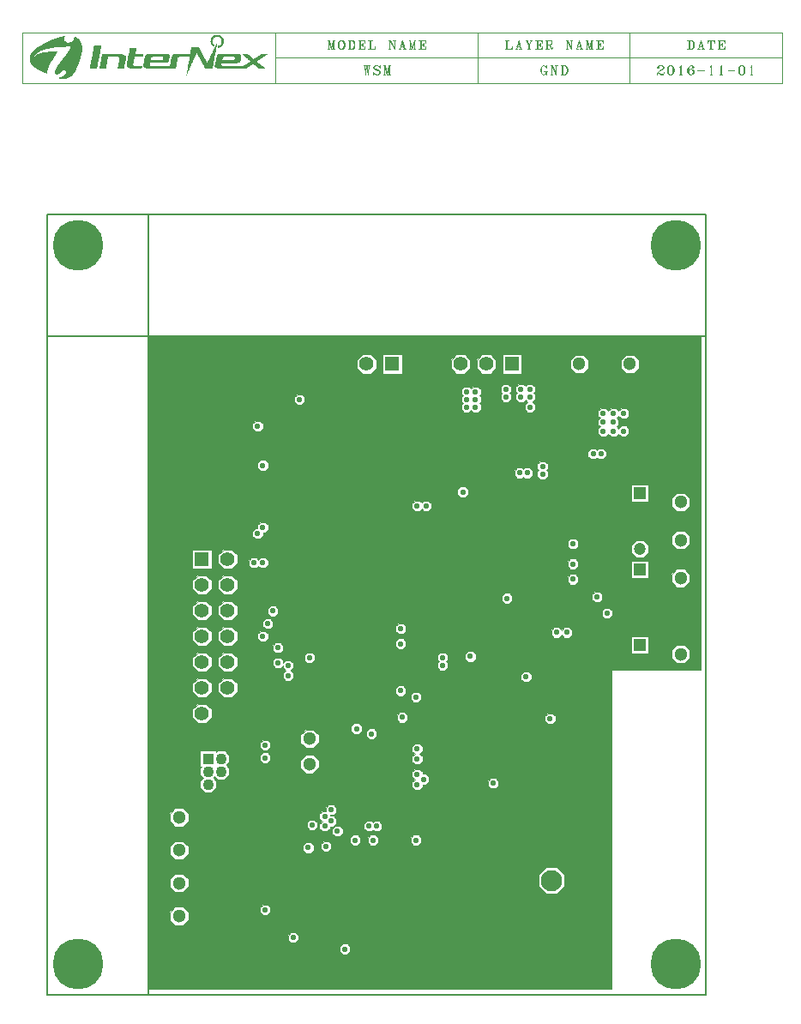
<source format=gbr>
%MOMM*%
%FSLAX33Y33*%
%ADD10C,0.200000*%
%ADD15C,0.100000*%
%ADD18C,1.400000*%
%ADD71R,1.200000X1.200000*%
%ADD20C,1.200000*%
%ADD138C,1.300000*%
%ADD148C,0.550000*%
%ADD149C,5.000000*%
%ADD150R,1.100000X1.100000*%
%ADD151C,1.100000*%
%ADD152R,1.400000X1.400000*%
%ADD153C,2.100000*%
G90*G71*G01*D02*G54D10*X000000Y000000D02*X065000Y000000D01*X065000Y077000D01*
X000000Y077000D01*X000000Y000000D01*X065000Y065000D02*X010000Y065000D01*
X010000Y000000D01*X010000Y065000D02*X010000Y077000D01*X010000Y065000D02*
X000000Y065000D01*D02*G54D15*X010050Y000550D02*X055700Y000550D01*
X055700Y000550D02*X055700Y032050D01*X055700Y032050D02*X064450Y032050D01*
X064450Y032050D02*X064450Y064950D01*X064450Y064950D02*X010050Y064950D01*
X010050Y064950D02*X010050Y000550D01*X012627Y016600D02*X013373Y016600D01*
X013373Y016600D02*X013900Y017127D01*X013900Y017127D02*X013900Y017873D01*
X013900Y017873D02*X013373Y018400D01*X013373Y018400D02*X012627Y018400D01*
X012627Y018400D02*X012100Y017873D01*X012100Y017873D02*X012100Y017127D01*
X012100Y017127D02*X012627Y016600D01*X012627Y013350D02*X013373Y013350D01*
X013373Y013350D02*X013900Y013877D01*X013900Y013877D02*X013900Y014623D01*
X013900Y014623D02*X013373Y015150D01*X013373Y015150D02*X012627Y015150D01*
X012627Y015150D02*X012100Y014623D01*X012100Y014623D02*X012100Y013877D01*
X012100Y013877D02*X012627Y013350D01*X012627Y010100D02*X013373Y010100D01*
X013373Y010100D02*X013900Y010627D01*X013900Y010627D02*X013900Y011373D01*
X013900Y011373D02*X013373Y011900D01*X013373Y011900D02*X012627Y011900D01*
X012627Y011900D02*X012100Y011373D01*X012100Y011373D02*X012100Y010627D01*
X012100Y010627D02*X012627Y010100D01*X012627Y006850D02*X013373Y006850D01*
X013373Y006850D02*X013900Y007377D01*X013900Y007377D02*X013900Y008123D01*
X013900Y008123D02*X013373Y008650D01*X013373Y008650D02*X012627Y008650D01*
X012627Y008650D02*X012100Y008123D01*X012100Y008123D02*X012100Y007377D01*
X012100Y007377D02*X012627Y006850D01*X016200Y042050D02*X016200Y043950D01*
X016200Y043950D02*X014300Y043950D01*X014300Y043950D02*X014300Y042050D01*
X014300Y042050D02*X016200Y042050D01*X014857Y039510D02*X015644Y039510D01*
X015644Y039510D02*X016200Y040067D01*X016200Y040067D02*X016200Y040854D01*
X016200Y040854D02*X015644Y041410D01*X015644Y041410D02*X014857Y041410D01*
X014857Y041410D02*X014300Y040854D01*X014300Y040854D02*X014300Y040067D01*
X014300Y040067D02*X014857Y039510D01*X014857Y036970D02*X015644Y036970D01*
X015644Y036970D02*X016200Y037527D01*X016200Y037527D02*X016200Y038314D01*
X016200Y038314D02*X015644Y038870D01*X015644Y038870D02*X014857Y038870D01*
X014857Y038870D02*X014300Y038314D01*X014300Y038314D02*X014300Y037527D01*
X014300Y037527D02*X014857Y036970D01*X014857Y034430D02*X015644Y034430D01*
X015644Y034430D02*X016200Y034987D01*X016200Y034987D02*X016200Y035774D01*
X016200Y035774D02*X015644Y036330D01*X015644Y036330D02*X014857Y036330D01*
X014857Y036330D02*X014300Y035774D01*X014300Y035774D02*X014300Y034987D01*
X014300Y034987D02*X014857Y034430D01*X014857Y031890D02*X015644Y031890D01*
X015644Y031890D02*X016200Y032447D01*X016200Y032447D02*X016200Y033234D01*
X016200Y033234D02*X015644Y033790D01*X015644Y033790D02*X014857Y033790D01*
X014857Y033790D02*X014300Y033234D01*X014300Y033234D02*X014300Y032447D01*
X014300Y032447D02*X014857Y031890D01*X014857Y029350D02*X015644Y029350D01*
X015644Y029350D02*X016200Y029907D01*X016200Y029907D02*X016200Y030694D01*
X016200Y030694D02*X015644Y031250D01*X015644Y031250D02*X014857Y031250D01*
X014857Y031250D02*X014300Y030694D01*X014300Y030694D02*X014300Y029907D01*
X014300Y029907D02*X014857Y029350D01*X014857Y026810D02*X015644Y026810D01*
X015644Y026810D02*X016200Y027367D01*X016200Y027367D02*X016200Y028154D01*
X016200Y028154D02*X015644Y028710D01*X015644Y028710D02*X014857Y028710D01*
X014857Y028710D02*X014300Y028154D01*X014300Y028154D02*X014300Y027367D01*
X014300Y027367D02*X014857Y026810D01*X017397Y042050D02*X018184Y042050D01*
X018184Y042050D02*X018740Y042607D01*X018740Y042607D02*X018740Y043394D01*
X018740Y043394D02*X018184Y043950D01*X018184Y043950D02*X017397Y043950D01*
X017397Y043950D02*X016840Y043394D01*X016840Y043394D02*X016840Y042607D01*
X016840Y042607D02*X017397Y042050D01*X017397Y039510D02*X018184Y039510D01*
X018184Y039510D02*X018740Y040067D01*X018740Y040067D02*X018740Y040854D01*
X018740Y040854D02*X018184Y041410D01*X018184Y041410D02*X017397Y041410D01*
X017397Y041410D02*X016840Y040854D01*X016840Y040854D02*X016840Y040067D01*
X016840Y040067D02*X017397Y039510D01*X017397Y036970D02*X018184Y036970D01*
X018184Y036970D02*X018740Y037527D01*X018740Y037527D02*X018740Y038314D01*
X018740Y038314D02*X018184Y038870D01*X018184Y038870D02*X017397Y038870D01*
X017397Y038870D02*X016840Y038314D01*X016840Y038314D02*X016840Y037527D01*
X016840Y037527D02*X017397Y036970D01*X017397Y034430D02*X018184Y034430D01*
X018184Y034430D02*X018740Y034987D01*X018740Y034987D02*X018740Y035774D01*
X018740Y035774D02*X018184Y036330D01*X018184Y036330D02*X017397Y036330D01*
X017397Y036330D02*X016840Y035774D01*X016840Y035774D02*X016840Y034987D01*
X016840Y034987D02*X017397Y034430D01*X017397Y031890D02*X018184Y031890D01*
X018184Y031890D02*X018740Y032447D01*X018740Y032447D02*X018740Y033234D01*
X018740Y033234D02*X018184Y033790D01*X018184Y033790D02*X017397Y033790D01*
X017397Y033790D02*X016840Y033234D01*X016840Y033234D02*X016840Y032447D01*
X016840Y032447D02*X017397Y031890D01*X017397Y029350D02*X018184Y029350D01*
X018184Y029350D02*X018740Y029907D01*X018740Y029907D02*X018740Y030694D01*
X018740Y030694D02*X018184Y031250D01*X018184Y031250D02*X017397Y031250D01*
X017397Y031250D02*X016840Y030694D01*X016840Y030694D02*X016840Y029907D01*
X016840Y029907D02*X017397Y029350D01*X015534Y019950D02*X016196Y019950D01*
X016196Y019950D02*X016665Y020419D01*X016665Y020419D02*X016665Y021081D01*
X016665Y021081D02*X016361Y021385D01*X016361Y021385D02*X016500Y021524D01*
X016500Y021524D02*X016804Y021220D01*X016804Y021220D02*X017466Y021220D01*
X017466Y021220D02*X017935Y021689D01*X017935Y021689D02*X017935Y022351D01*
X017935Y022351D02*X017631Y022655D01*X017631Y022655D02*X017935Y022959D01*
X017935Y022959D02*X017935Y023621D01*X017935Y023621D02*X017466Y024090D01*
X017466Y024090D02*X016804Y024090D01*X016804Y024090D02*X016665Y023951D01*
X016665Y023951D02*X016665Y024090D01*X016665Y024090D02*X015065Y024090D01*
X015065Y024090D02*X015065Y022490D01*X015065Y022490D02*X015204Y022490D01*
X015204Y022490D02*X015065Y022351D01*X015065Y022351D02*X015065Y021689D01*
X015065Y021689D02*X015369Y021385D01*X015369Y021385D02*X015065Y021081D01*
X015065Y021081D02*X015065Y020419D01*X015065Y020419D02*X015534Y019950D01*
X020533Y055600D02*X020968Y055600D01*X020968Y055600D02*X021275Y055908D01*
X021275Y055908D02*X021275Y056343D01*X021275Y056343D02*X020968Y056650D01*
X020968Y056650D02*X020533Y056650D01*X020533Y056650D02*X020225Y056343D01*
X020225Y056343D02*X020225Y055908D01*X020225Y055908D02*X020533Y055600D01*
X021033Y051725D02*X021468Y051725D01*X021468Y051725D02*X021775Y052033D01*
X021775Y052033D02*X021775Y052468D01*X021775Y052468D02*X021468Y052775D01*
X021468Y052775D02*X021033Y052775D01*X021033Y052775D02*X020725Y052468D01*
X020725Y052468D02*X020725Y052033D01*X020725Y052033D02*X021033Y051725D01*
X020533Y044975D02*X020968Y044975D01*X020968Y044975D02*X021275Y045283D01*
X021275Y045283D02*X021275Y045600D01*X021275Y045600D02*X021468Y045600D01*
X021468Y045600D02*X021775Y045908D01*X021775Y045908D02*X021775Y046343D01*
X021775Y046343D02*X021468Y046650D01*X021468Y046650D02*X021033Y046650D01*
X021033Y046650D02*X020725Y046343D01*X020725Y046343D02*X020725Y046025D01*
X020725Y046025D02*X020533Y046025D01*X020533Y046025D02*X020225Y045718D01*
X020225Y045718D02*X020225Y045283D01*X020225Y045283D02*X020533Y044975D01*
X020158Y042100D02*X020593Y042100D01*X020593Y042100D02*X020813Y042320D01*
X020813Y042320D02*X021033Y042100D01*X021033Y042100D02*X021468Y042100D01*
X021468Y042100D02*X021775Y042408D01*X021775Y042408D02*X021775Y042843D01*
X021775Y042843D02*X021468Y043150D01*X021468Y043150D02*X021033Y043150D01*
X021033Y043150D02*X020813Y042930D01*X020813Y042930D02*X020593Y043150D01*
X020593Y043150D02*X020158Y043150D01*X020158Y043150D02*X019850Y042843D01*
X019850Y042843D02*X019850Y042408D01*X019850Y042408D02*X020158Y042100D01*
X022033Y037350D02*X022468Y037350D01*X022468Y037350D02*X022775Y037658D01*
X022775Y037658D02*X022775Y038093D01*X022775Y038093D02*X022468Y038400D01*
X022468Y038400D02*X022033Y038400D01*X022033Y038400D02*X021725Y038093D01*
X021725Y038093D02*X021725Y037658D01*X021725Y037658D02*X022033Y037350D01*
X021533Y036100D02*X021968Y036100D01*X021968Y036100D02*X022275Y036408D01*
X022275Y036408D02*X022275Y036843D01*X022275Y036843D02*X021968Y037150D01*
X021968Y037150D02*X021533Y037150D01*X021533Y037150D02*X021225Y036843D01*
X021225Y036843D02*X021225Y036408D01*X021225Y036408D02*X021533Y036100D01*
X021033Y034850D02*X021468Y034850D01*X021468Y034850D02*X021775Y035158D01*
X021775Y035158D02*X021775Y035593D01*X021775Y035593D02*X021468Y035900D01*
X021468Y035900D02*X021033Y035900D01*X021033Y035900D02*X020725Y035593D01*
X020725Y035593D02*X020725Y035158D01*X020725Y035158D02*X021033Y034850D01*
X021283Y024100D02*X021718Y024100D01*X021718Y024100D02*X022025Y024408D01*
X022025Y024408D02*X022025Y024843D01*X022025Y024843D02*X021718Y025150D01*
X021718Y025150D02*X021283Y025150D01*X021283Y025150D02*X020975Y024843D01*
X020975Y024843D02*X020975Y024408D01*X020975Y024408D02*X021283Y024100D01*
X021283Y022850D02*X021718Y022850D01*X021718Y022850D02*X022025Y023158D01*
X022025Y023158D02*X022025Y023593D01*X022025Y023593D02*X021718Y023900D01*
X021718Y023900D02*X021283Y023900D01*X021283Y023900D02*X020975Y023593D01*
X020975Y023593D02*X020975Y023158D01*X020975Y023158D02*X021283Y022850D01*
X021283Y007850D02*X021718Y007850D01*X021718Y007850D02*X022025Y008158D01*
X022025Y008158D02*X022025Y008593D01*X022025Y008593D02*X021718Y008900D01*
X021718Y008900D02*X021283Y008900D01*X021283Y008900D02*X020975Y008593D01*
X020975Y008593D02*X020975Y008158D01*X020975Y008158D02*X021283Y007850D01*
X022533Y033725D02*X022968Y033725D01*X022968Y033725D02*X023275Y034033D01*
X023275Y034033D02*X023275Y034468D01*X023275Y034468D02*X022968Y034775D01*
X022968Y034775D02*X022533Y034775D01*X022533Y034775D02*X022225Y034468D01*
X022225Y034468D02*X022225Y034033D01*X022225Y034033D02*X022533Y033725D01*
X022533Y032225D02*X022968Y032225D01*X022968Y032225D02*X023225Y032482D01*
X023225Y032482D02*X023225Y032283D01*X023225Y032283D02*X023507Y032000D01*
X023507Y032000D02*X023225Y031718D01*X023225Y031718D02*X023225Y031283D01*
X023225Y031283D02*X023533Y030975D01*X023533Y030975D02*X023968Y030975D01*
X023968Y030975D02*X024275Y031283D01*X024275Y031283D02*X024275Y031718D01*
X024275Y031718D02*X023993Y032000D01*X023993Y032000D02*X024275Y032283D01*
X024275Y032283D02*X024275Y032718D01*X024275Y032718D02*X023968Y033025D01*
X023968Y033025D02*X023533Y033025D01*X023533Y033025D02*X023275Y032768D01*
X023275Y032768D02*X023275Y032968D01*X023275Y032968D02*X022968Y033275D01*
X022968Y033275D02*X022533Y033275D01*X022533Y033275D02*X022225Y032968D01*
X022225Y032968D02*X022225Y032533D01*X022225Y032533D02*X022533Y032225D01*
X024658Y058225D02*X025093Y058225D01*X025093Y058225D02*X025400Y058533D01*
X025400Y058533D02*X025400Y058968D01*X025400Y058968D02*X025093Y059275D01*
X025093Y059275D02*X024658Y059275D01*X024658Y059275D02*X024350Y058968D01*
X024350Y058968D02*X024350Y058533D01*X024350Y058533D02*X024658Y058225D01*
X024033Y005100D02*X024468Y005100D01*X024468Y005100D02*X024775Y005408D01*
X024775Y005408D02*X024775Y005843D01*X024775Y005843D02*X024468Y006150D01*
X024468Y006150D02*X024033Y006150D01*X024033Y006150D02*X023725Y005843D01*
X023725Y005843D02*X023725Y005408D01*X023725Y005408D02*X024033Y005100D01*
X025658Y032725D02*X026093Y032725D01*X026093Y032725D02*X026400Y033033D01*
X026400Y033033D02*X026400Y033468D01*X026400Y033468D02*X026093Y033775D01*
X026093Y033775D02*X025658Y033775D01*X025658Y033775D02*X025350Y033468D01*
X025350Y033468D02*X025350Y033033D01*X025350Y033033D02*X025658Y032725D01*
X025502Y024350D02*X026248Y024350D01*X026248Y024350D02*X026775Y024877D01*
X026775Y024877D02*X026775Y025623D01*X026775Y025623D02*X026248Y026150D01*
X026248Y026150D02*X025502Y026150D01*X025502Y026150D02*X024975Y025623D01*
X024975Y025623D02*X024975Y024877D01*X024975Y024877D02*X025502Y024350D01*
X025502Y021850D02*X026248Y021850D01*X026248Y021850D02*X026775Y022377D01*
X026775Y022377D02*X026775Y023123D01*X026775Y023123D02*X026248Y023650D01*
X026248Y023650D02*X025502Y023650D01*X025502Y023650D02*X024975Y023123D01*
X024975Y023123D02*X024975Y022377D01*X024975Y022377D02*X025502Y021850D01*
X025908Y016225D02*X026343Y016225D01*X026343Y016225D02*X026650Y016533D01*
X026650Y016533D02*X026650Y016968D01*X026650Y016968D02*X026343Y017275D01*
X026343Y017275D02*X025908Y017275D01*X025908Y017275D02*X025600Y016968D01*
X025600Y016968D02*X025600Y016533D01*X025600Y016533D02*X025908Y016225D01*
X025533Y013975D02*X025968Y013975D01*X025968Y013975D02*X026275Y014283D01*
X026275Y014283D02*X026275Y014718D01*X026275Y014718D02*X025968Y015025D01*
X025968Y015025D02*X025533Y015025D01*X025533Y015025D02*X025225Y014718D01*
X025225Y014718D02*X025225Y014283D01*X025225Y014283D02*X025533Y013975D01*
X027158Y016100D02*X027593Y016100D01*X027593Y016100D02*X027900Y016408D01*
X027900Y016408D02*X027900Y016600D01*X027900Y016600D02*X028218Y016600D01*
X028218Y016600D02*X028525Y016908D01*X028525Y016908D02*X028525Y017343D01*
X028525Y017343D02*X028218Y017650D01*X028218Y017650D02*X027900Y017650D01*
X027900Y017650D02*X027900Y017725D01*X027900Y017725D02*X028218Y017725D01*
X028218Y017725D02*X028525Y018033D01*X028525Y018033D02*X028525Y018468D01*
X028525Y018468D02*X028218Y018775D01*X028218Y018775D02*X027783Y018775D01*
X027783Y018775D02*X027475Y018468D01*X027475Y018468D02*X027475Y018125D01*
X027475Y018125D02*X027158Y018125D01*X027158Y018125D02*X026850Y017818D01*
X026850Y017818D02*X026850Y017383D01*X026850Y017383D02*X027120Y017113D01*
X027120Y017113D02*X026850Y016843D01*X026850Y016843D02*X026850Y016408D01*
X026850Y016408D02*X027158Y016100D01*X027283Y014100D02*X027718Y014100D01*
X027718Y014100D02*X028025Y014408D01*X028025Y014408D02*X028025Y014843D01*
X028025Y014843D02*X027718Y015150D01*X027718Y015150D02*X027283Y015150D01*
X027283Y015150D02*X026975Y014843D01*X026975Y014843D02*X026975Y014408D01*
X026975Y014408D02*X027283Y014100D01*X028408Y015600D02*X028843Y015600D01*
X028843Y015600D02*X029150Y015908D01*X029150Y015908D02*X029150Y016343D01*
X029150Y016343D02*X028843Y016650D01*X028843Y016650D02*X028408Y016650D01*
X028408Y016650D02*X028100Y016343D01*X028100Y016343D02*X028100Y015908D01*
X028100Y015908D02*X028408Y015600D01*X029158Y003975D02*X029593Y003975D01*
X029593Y003975D02*X029900Y004283D01*X029900Y004283D02*X029900Y004718D01*
X029900Y004718D02*X029593Y005025D01*X029593Y005025D02*X029158Y005025D01*
X029158Y005025D02*X028850Y004718D01*X028850Y004718D02*X028850Y004283D01*
X028850Y004283D02*X029158Y003975D01*X031107Y061300D02*X031894Y061300D01*
X031894Y061300D02*X032450Y061857D01*X032450Y061857D02*X032450Y062644D01*
X032450Y062644D02*X031894Y063200D01*X031894Y063200D02*X031107Y063200D01*
X031107Y063200D02*X030550Y062644D01*X030550Y062644D02*X030550Y061857D01*
X030550Y061857D02*X031107Y061300D01*X030283Y025725D02*X030718Y025725D01*
X030718Y025725D02*X031025Y026033D01*X031025Y026033D02*X031025Y026468D01*
X031025Y026468D02*X030718Y026775D01*X030718Y026775D02*X030283Y026775D01*
X030283Y026775D02*X029975Y026468D01*X029975Y026468D02*X029975Y026033D01*
X029975Y026033D02*X030283Y025725D01*X030158Y014725D02*X030593Y014725D01*
X030593Y014725D02*X030900Y015033D01*X030900Y015033D02*X030900Y015468D01*
X030900Y015468D02*X030593Y015775D01*X030593Y015775D02*X030158Y015775D01*
X030158Y015775D02*X029850Y015468D01*X029850Y015468D02*X029850Y015033D01*
X029850Y015033D02*X030158Y014725D01*X031783Y025225D02*X032218Y025225D01*
X032218Y025225D02*X032525Y025533D01*X032525Y025533D02*X032525Y025968D01*
X032525Y025968D02*X032218Y026275D01*X032218Y026275D02*X031783Y026275D01*
X031783Y026275D02*X031475Y025968D01*X031475Y025968D02*X031475Y025533D01*
X031475Y025533D02*X031783Y025225D01*X031533Y016100D02*X031968Y016100D01*
X031968Y016100D02*X032125Y016257D01*X032125Y016257D02*X032283Y016100D01*
X032283Y016100D02*X032718Y016100D01*X032718Y016100D02*X033025Y016408D01*
X033025Y016408D02*X033025Y016843D01*X033025Y016843D02*X032718Y017150D01*
X032718Y017150D02*X032283Y017150D01*X032283Y017150D02*X032125Y016993D01*
X032125Y016993D02*X031968Y017150D01*X031968Y017150D02*X031533Y017150D01*
X031533Y017150D02*X031225Y016843D01*X031225Y016843D02*X031225Y016408D01*
X031225Y016408D02*X031533Y016100D01*X031908Y014725D02*X032343Y014725D01*
X032343Y014725D02*X032650Y015033D01*X032650Y015033D02*X032650Y015468D01*
X032650Y015468D02*X032343Y015775D01*X032343Y015775D02*X031908Y015775D01*
X031908Y015775D02*X031600Y015468D01*X031600Y015468D02*X031600Y015033D01*
X031600Y015033D02*X031908Y014725D01*X034990Y061300D02*X034990Y063200D01*
X034990Y063200D02*X033090Y063200D01*X033090Y063200D02*X033090Y061300D01*
X033090Y061300D02*X034990Y061300D01*X034658Y035600D02*X035093Y035600D01*
X035093Y035600D02*X035400Y035908D01*X035400Y035908D02*X035400Y036343D01*
X035400Y036343D02*X035093Y036650D01*X035093Y036650D02*X034658Y036650D01*
X034658Y036650D02*X034350Y036343D01*X034350Y036343D02*X034350Y035908D01*
X034350Y035908D02*X034658Y035600D01*X034658Y034100D02*X035093Y034100D01*
X035093Y034100D02*X035400Y034408D01*X035400Y034408D02*X035400Y034843D01*
X035400Y034843D02*X035093Y035150D01*X035093Y035150D02*X034658Y035150D01*
X034658Y035150D02*X034350Y034843D01*X034350Y034843D02*X034350Y034408D01*
X034350Y034408D02*X034658Y034100D01*X034658Y029475D02*X035093Y029475D01*
X035093Y029475D02*X035400Y029783D01*X035400Y029783D02*X035400Y030218D01*
X035400Y030218D02*X035093Y030525D01*X035093Y030525D02*X034658Y030525D01*
X034658Y030525D02*X034350Y030218D01*X034350Y030218D02*X034350Y029783D01*
X034350Y029783D02*X034658Y029475D01*X034783Y026850D02*X035218Y026850D01*
X035218Y026850D02*X035525Y027158D01*X035525Y027158D02*X035525Y027593D01*
X035525Y027593D02*X035218Y027900D01*X035218Y027900D02*X034783Y027900D01*
X034783Y027900D02*X034475Y027593D01*X034475Y027593D02*X034475Y027158D01*
X034475Y027158D02*X034783Y026850D01*X036283Y047725D02*X036718Y047725D01*
X036718Y047725D02*X036938Y047945D01*X036938Y047945D02*X037158Y047725D01*
X037158Y047725D02*X037593Y047725D01*X037593Y047725D02*X037900Y048033D01*
X037900Y048033D02*X037900Y048468D01*X037900Y048468D02*X037593Y048775D01*
X037593Y048775D02*X037158Y048775D01*X037158Y048775D02*X036938Y048555D01*
X036938Y048555D02*X036718Y048775D01*X036718Y048775D02*X036283Y048775D01*
X036283Y048775D02*X035975Y048468D01*X035975Y048468D02*X035975Y048033D01*
X035975Y048033D02*X036283Y047725D01*X036158Y028850D02*X036593Y028850D01*
X036593Y028850D02*X036900Y029158D01*X036900Y029158D02*X036900Y029593D01*
X036900Y029593D02*X036593Y029900D01*X036593Y029900D02*X036158Y029900D01*
X036158Y029900D02*X035850Y029593D01*X035850Y029593D02*X035850Y029158D01*
X035850Y029158D02*X036158Y028850D01*X036283Y022725D02*X036718Y022725D01*
X036718Y022725D02*X037025Y023033D01*X037025Y023033D02*X037025Y023468D01*
X037025Y023468D02*X036743Y023750D01*X036743Y023750D02*X037025Y024033D01*
X037025Y024033D02*X037025Y024468D01*X037025Y024468D02*X036718Y024775D01*
X036718Y024775D02*X036283Y024775D01*X036283Y024775D02*X035975Y024468D01*
X035975Y024468D02*X035975Y024033D01*X035975Y024033D02*X036257Y023750D01*
X036257Y023750D02*X035975Y023468D01*X035975Y023468D02*X035975Y023033D01*
X035975Y023033D02*X036283Y022725D01*X036283Y020225D02*X036718Y020225D01*
X036718Y020225D02*X037025Y020533D01*X037025Y020533D02*X037025Y020725D01*
X037025Y020725D02*X037343Y020725D01*X037343Y020725D02*X037650Y021033D01*
X037650Y021033D02*X037650Y021468D01*X037650Y021468D02*X037343Y021775D01*
X037343Y021775D02*X037025Y021775D01*X037025Y021775D02*X037025Y021968D01*
X037025Y021968D02*X036718Y022275D01*X036718Y022275D02*X036283Y022275D01*
X036283Y022275D02*X035975Y021968D01*X035975Y021968D02*X035975Y021533D01*
X035975Y021533D02*X036257Y021250D01*X036257Y021250D02*X035975Y020968D01*
X035975Y020968D02*X035975Y020533D01*X035975Y020533D02*X036283Y020225D01*
X036158Y014725D02*X036593Y014725D01*X036593Y014725D02*X036900Y015033D01*
X036900Y015033D02*X036900Y015468D01*X036900Y015468D02*X036593Y015775D01*
X036593Y015775D02*X036158Y015775D01*X036158Y015775D02*X035850Y015468D01*
X035850Y015468D02*X035850Y015033D01*X035850Y015033D02*X036158Y014725D01*
X038783Y031975D02*X039218Y031975D01*X039218Y031975D02*X039525Y032283D01*
X039525Y032283D02*X039525Y032718D01*X039525Y032718D02*X039368Y032875D01*
X039368Y032875D02*X039525Y033033D01*X039525Y033033D02*X039525Y033468D01*
X039525Y033468D02*X039218Y033775D01*X039218Y033775D02*X038783Y033775D01*
X038783Y033775D02*X038475Y033468D01*X038475Y033468D02*X038475Y033033D01*
X038475Y033033D02*X038632Y032875D01*X038632Y032875D02*X038475Y032718D01*
X038475Y032718D02*X038475Y032283D01*X038475Y032283D02*X038783Y031975D01*
X040397Y061300D02*X041184Y061300D01*X041184Y061300D02*X041740Y061857D01*
X041740Y061857D02*X041740Y062644D01*X041740Y062644D02*X041184Y063200D01*
X041184Y063200D02*X040397Y063200D01*X040397Y063200D02*X039840Y062644D01*
X039840Y062644D02*X039840Y061857D01*X039840Y061857D02*X040397Y061300D01*
X042937Y061300D02*X043724Y061300D01*X043724Y061300D02*X044280Y061857D01*
X044280Y061857D02*X044280Y062644D01*X044280Y062644D02*X043724Y063200D01*
X043724Y063200D02*X042937Y063200D01*X042937Y063200D02*X042380Y062644D01*
X042380Y062644D02*X042380Y061857D01*X042380Y061857D02*X042937Y061300D01*
X041158Y057475D02*X041593Y057475D01*X041593Y057475D02*X041813Y057695D01*
X041813Y057695D02*X042033Y057475D01*X042033Y057475D02*X042468Y057475D01*
X042468Y057475D02*X042775Y057783D01*X042775Y057783D02*X042775Y058218D01*
X042775Y058218D02*X042618Y058375D01*X042618Y058375D02*X042775Y058533D01*
X042775Y058533D02*X042775Y058968D01*X042775Y058968D02*X042618Y059125D01*
X042618Y059125D02*X042775Y059283D01*X042775Y059283D02*X042775Y059718D01*
X042775Y059718D02*X042468Y060025D01*X042468Y060025D02*X042033Y060025D01*
X042033Y060025D02*X041813Y059805D01*X041813Y059805D02*X041593Y060025D01*
X041593Y060025D02*X041158Y060025D01*X041158Y060025D02*X040850Y059718D01*
X040850Y059718D02*X040850Y059283D01*X040850Y059283D02*X041007Y059125D01*
X041007Y059125D02*X040850Y058968D01*X040850Y058968D02*X040850Y058533D01*
X040850Y058533D02*X041007Y058375D01*X041007Y058375D02*X040850Y058218D01*
X040850Y058218D02*X040850Y057783D01*X040850Y057783D02*X041158Y057475D01*
X040783Y049100D02*X041218Y049100D01*X041218Y049100D02*X041525Y049408D01*
X041525Y049408D02*X041525Y049843D01*X041525Y049843D02*X041218Y050150D01*
X041218Y050150D02*X040783Y050150D01*X040783Y050150D02*X040475Y049843D01*
X040475Y049843D02*X040475Y049408D01*X040475Y049408D02*X040783Y049100D01*
X041533Y032850D02*X041968Y032850D01*X041968Y032850D02*X042275Y033158D01*
X042275Y033158D02*X042275Y033593D01*X042275Y033593D02*X041968Y033900D01*
X041968Y033900D02*X041533Y033900D01*X041533Y033900D02*X041225Y033593D01*
X041225Y033593D02*X041225Y033158D01*X041225Y033158D02*X041533Y032850D01*
X043783Y020350D02*X044218Y020350D01*X044218Y020350D02*X044525Y020658D01*
X044525Y020658D02*X044525Y021093D01*X044525Y021093D02*X044218Y021400D01*
X044218Y021400D02*X043783Y021400D01*X043783Y021400D02*X043475Y021093D01*
X043475Y021093D02*X043475Y020658D01*X043475Y020658D02*X043783Y020350D01*
X046820Y061300D02*X046820Y063200D01*X046820Y063200D02*X044920Y063200D01*
X044920Y063200D02*X044920Y061300D01*X044920Y061300D02*X046820Y061300D01*
X045033Y058475D02*X045468Y058475D01*X045468Y058475D02*X045775Y058783D01*
X045775Y058783D02*X045775Y059218D01*X045775Y059218D02*X045618Y059375D01*
X045618Y059375D02*X045775Y059533D01*X045775Y059533D02*X045775Y059968D01*
X045775Y059968D02*X045468Y060275D01*X045468Y060275D02*X045033Y060275D01*
X045033Y060275D02*X044725Y059968D01*X044725Y059968D02*X044725Y059533D01*
X044725Y059533D02*X044882Y059375D01*X044882Y059375D02*X044725Y059218D01*
X044725Y059218D02*X044725Y058783D01*X044725Y058783D02*X045033Y058475D01*
X045158Y038600D02*X045593Y038600D01*X045593Y038600D02*X045900Y038908D01*
X045900Y038908D02*X045900Y039343D01*X045900Y039343D02*X045593Y039650D01*
X045593Y039650D02*X045158Y039650D01*X045158Y039650D02*X044850Y039343D01*
X044850Y039343D02*X044850Y038908D01*X044850Y038908D02*X045158Y038600D01*
X046533Y058475D02*X046968Y058475D01*X046968Y058475D02*X047188Y058695D01*
X047188Y058695D02*X047382Y058500D01*X047382Y058500D02*X047100Y058218D01*
X047100Y058218D02*X047100Y057783D01*X047100Y057783D02*X047408Y057475D01*
X047408Y057475D02*X047843Y057475D01*X047843Y057475D02*X048150Y057783D01*
X048150Y057783D02*X048150Y058218D01*X048150Y058218D02*X047868Y058500D01*
X047868Y058500D02*X048150Y058783D01*X048150Y058783D02*X048150Y059218D01*
X048150Y059218D02*X047993Y059375D01*X047993Y059375D02*X048150Y059533D01*
X048150Y059533D02*X048150Y059968D01*X048150Y059968D02*X047843Y060275D01*
X047843Y060275D02*X047408Y060275D01*X047408Y060275D02*X047188Y060055D01*
X047188Y060055D02*X046968Y060275D01*X046968Y060275D02*X046533Y060275D01*
X046533Y060275D02*X046225Y059968D01*X046225Y059968D02*X046225Y059533D01*
X046225Y059533D02*X046382Y059375D01*X046382Y059375D02*X046225Y059218D01*
X046225Y059218D02*X046225Y058783D01*X046225Y058783D02*X046533Y058475D01*
X046408Y050975D02*X046843Y050975D01*X046843Y050975D02*X047000Y051132D01*
X047000Y051132D02*X047158Y050975D01*X047158Y050975D02*X047593Y050975D01*
X047593Y050975D02*X047900Y051283D01*X047900Y051283D02*X047900Y051718D01*
X047900Y051718D02*X047593Y052025D01*X047593Y052025D02*X047158Y052025D01*
X047158Y052025D02*X047000Y051868D01*X047000Y051868D02*X046843Y052025D01*
X046843Y052025D02*X046408Y052025D01*X046408Y052025D02*X046100Y051718D01*
X046100Y051718D02*X046100Y051283D01*X046100Y051283D02*X046408Y050975D01*
X047033Y030840D02*X047468Y030840D01*X047468Y030840D02*X047775Y031148D01*
X047775Y031148D02*X047775Y031583D01*X047775Y031583D02*X047468Y031890D01*
X047468Y031890D02*X047033Y031890D01*X047033Y031890D02*X046725Y031583D01*
X046725Y031583D02*X046725Y031148D01*X046725Y031148D02*X047033Y030840D01*
X048658Y050850D02*X049093Y050850D01*X049093Y050850D02*X049400Y051158D01*
X049400Y051158D02*X049400Y051593D01*X049400Y051593D02*X049243Y051750D01*
X049243Y051750D02*X049400Y051908D01*X049400Y051908D02*X049400Y052343D01*
X049400Y052343D02*X049093Y052650D01*X049093Y052650D02*X048658Y052650D01*
X048658Y052650D02*X048350Y052343D01*X048350Y052343D02*X048350Y051908D01*
X048350Y051908D02*X048507Y051750D01*X048507Y051750D02*X048350Y051593D01*
X048350Y051593D02*X048350Y051158D01*X048350Y051158D02*X048658Y050850D01*
X052127Y061350D02*X052873Y061350D01*X052873Y061350D02*X053400Y061877D01*
X053400Y061877D02*X053400Y062623D01*X053400Y062623D02*X052873Y063150D01*
X052873Y063150D02*X052127Y063150D01*X052127Y063150D02*X051600Y062623D01*
X051600Y062623D02*X051600Y061877D01*X051600Y061877D02*X052127Y061350D01*
X051658Y043975D02*X052093Y043975D01*X052093Y043975D02*X052400Y044283D01*
X052400Y044283D02*X052400Y044718D01*X052400Y044718D02*X052093Y045025D01*
X052093Y045025D02*X051658Y045025D01*X051658Y045025D02*X051350Y044718D01*
X051350Y044718D02*X051350Y044283D01*X051350Y044283D02*X051658Y043975D01*
X051658Y041975D02*X052093Y041975D01*X052093Y041975D02*X052400Y042283D01*
X052400Y042283D02*X052400Y042718D01*X052400Y042718D02*X052093Y043025D01*
X052093Y043025D02*X051658Y043025D01*X051658Y043025D02*X051350Y042718D01*
X051350Y042718D02*X051350Y042283D01*X051350Y042283D02*X051658Y041975D01*
X051658Y040475D02*X052093Y040475D01*X052093Y040475D02*X052400Y040783D01*
X052400Y040783D02*X052400Y041218D01*X052400Y041218D02*X052093Y041525D01*
X052093Y041525D02*X051658Y041525D01*X051658Y041525D02*X051350Y041218D01*
X051350Y041218D02*X051350Y040783D01*X051350Y040783D02*X051658Y040475D01*
X050033Y035225D02*X050468Y035225D01*X050468Y035225D02*X050750Y035507D01*
X050750Y035507D02*X051033Y035225D01*X051033Y035225D02*X051468Y035225D01*
X051468Y035225D02*X051775Y035533D01*X051775Y035533D02*X051775Y035968D01*
X051775Y035968D02*X051468Y036275D01*X051468Y036275D02*X051033Y036275D01*
X051033Y036275D02*X050750Y035993D01*X050750Y035993D02*X050468Y036275D01*
X050468Y036275D02*X050033Y036275D01*X050033Y036275D02*X049725Y035968D01*
X049725Y035968D02*X049725Y035533D01*X049725Y035533D02*X050033Y035225D01*
X049408Y026725D02*X049843Y026725D01*X049843Y026725D02*X050150Y027033D01*
X050150Y027033D02*X050150Y027468D01*X050150Y027468D02*X049843Y027775D01*
X049843Y027775D02*X049408Y027775D01*X049408Y027775D02*X049100Y027468D01*
X049100Y027468D02*X049100Y027033D01*X049100Y027033D02*X049408Y026725D01*
X049212Y009950D02*X050289Y009950D01*X050289Y009950D02*X051050Y010712D01*
X051050Y010712D02*X051050Y011789D01*X051050Y011789D02*X050289Y012550D01*
X050289Y012550D02*X049212Y012550D01*X049212Y012550D02*X048450Y011789D01*
X048450Y011789D02*X048450Y010712D01*X048450Y010712D02*X049212Y009950D01*
X057127Y061350D02*X057873Y061350D01*X057873Y061350D02*X058400Y061877D01*
X058400Y061877D02*X058400Y062623D01*X058400Y062623D02*X057873Y063150D01*
X057873Y063150D02*X057127Y063150D01*X057127Y063150D02*X056600Y062623D01*
X056600Y062623D02*X056600Y061877D01*X056600Y061877D02*X057127Y061350D01*
X054658Y055100D02*X055093Y055100D01*X055093Y055100D02*X055375Y055382D01*
X055375Y055382D02*X055658Y055100D01*X055658Y055100D02*X056093Y055100D01*
X056093Y055100D02*X056375Y055382D01*X056375Y055382D02*X056658Y055100D01*
X056658Y055100D02*X057093Y055100D01*X057093Y055100D02*X057400Y055408D01*
X057400Y055408D02*X057400Y055843D01*X057400Y055843D02*X057093Y056150D01*
X057093Y056150D02*X056658Y056150D01*X056658Y056150D02*X056375Y055868D01*
X056375Y055868D02*X056180Y056063D01*X056180Y056063D02*X056400Y056283D01*
X056400Y056283D02*X056400Y056718D01*X056400Y056718D02*X056180Y056938D01*
X056180Y056938D02*X056375Y057132D01*X056375Y057132D02*X056658Y056850D01*
X056658Y056850D02*X057093Y056850D01*X057093Y056850D02*X057400Y057158D01*
X057400Y057158D02*X057400Y057593D01*X057400Y057593D02*X057093Y057900D01*
X057093Y057900D02*X056658Y057900D01*X056658Y057900D02*X056375Y057618D01*
X056375Y057618D02*X056093Y057900D01*X056093Y057900D02*X055658Y057900D01*
X055658Y057900D02*X055375Y057618D01*X055375Y057618D02*X055093Y057900D01*
X055093Y057900D02*X054658Y057900D01*X054658Y057900D02*X054350Y057593D01*
X054350Y057593D02*X054350Y057158D01*X054350Y057158D02*X054570Y056938D01*
X054570Y056938D02*X054350Y056718D01*X054350Y056718D02*X054350Y056283D01*
X054350Y056283D02*X054570Y056063D01*X054570Y056063D02*X054350Y055843D01*
X054350Y055843D02*X054350Y055408D01*X054350Y055408D02*X054658Y055100D01*
X053658Y052850D02*X054093Y052850D01*X054093Y052850D02*X054250Y053007D01*
X054250Y053007D02*X054408Y052850D01*X054408Y052850D02*X054843Y052850D01*
X054843Y052850D02*X055150Y053158D01*X055150Y053158D02*X055150Y053593D01*
X055150Y053593D02*X054843Y053900D01*X054843Y053900D02*X054408Y053900D01*
X054408Y053900D02*X054250Y053743D01*X054250Y053743D02*X054093Y053900D01*
X054093Y053900D02*X053658Y053900D01*X053658Y053900D02*X053350Y053593D01*
X053350Y053593D02*X053350Y053158D01*X053350Y053158D02*X053658Y052850D01*
X054033Y038725D02*X054468Y038725D01*X054468Y038725D02*X054775Y039033D01*
X054775Y039033D02*X054775Y039468D01*X054775Y039468D02*X054468Y039775D01*
X054468Y039775D02*X054033Y039775D01*X054033Y039775D02*X053725Y039468D01*
X053725Y039468D02*X053725Y039033D01*X053725Y039033D02*X054033Y038725D01*
X055033Y037125D02*X055468Y037125D01*X055468Y037125D02*X055775Y037433D01*
X055775Y037433D02*X055775Y037868D01*X055775Y037868D02*X055468Y038175D01*
X055468Y038175D02*X055033Y038175D01*X055033Y038175D02*X054725Y037868D01*
X054725Y037868D02*X054725Y037433D01*X054725Y037433D02*X055033Y037125D01*
X059350Y048650D02*X059350Y050350D01*X059350Y050350D02*X057650Y050350D01*
X057650Y050350D02*X057650Y048650D01*X057650Y048650D02*X059350Y048650D01*
X058148Y043150D02*X058852Y043150D01*X058852Y043150D02*X059350Y043648D01*
X059350Y043648D02*X059350Y044352D01*X059350Y044352D02*X058852Y044850D01*
X058852Y044850D02*X058148Y044850D01*X058148Y044850D02*X057650Y044352D01*
X057650Y044352D02*X057650Y043648D01*X057650Y043648D02*X058148Y043150D01*
X059350Y041150D02*X059350Y042850D01*X059350Y042850D02*X057650Y042850D01*
X057650Y042850D02*X057650Y041150D01*X057650Y041150D02*X059350Y041150D01*
X059350Y033650D02*X059350Y035350D01*X059350Y035350D02*X057650Y035350D01*
X057650Y035350D02*X057650Y033650D01*X057650Y033650D02*X059350Y033650D01*
X062127Y047725D02*X062873Y047725D01*X062873Y047725D02*X063400Y048252D01*
X063400Y048252D02*X063400Y048998D01*X063400Y048998D02*X062873Y049525D01*
X062873Y049525D02*X062127Y049525D01*X062127Y049525D02*X061600Y048998D01*
X061600Y048998D02*X061600Y048252D01*X061600Y048252D02*X062127Y047725D01*
X062127Y043975D02*X062873Y043975D01*X062873Y043975D02*X063400Y044502D01*
X063400Y044502D02*X063400Y045248D01*X063400Y045248D02*X062873Y045775D01*
X062873Y045775D02*X062127Y045775D01*X062127Y045775D02*X061600Y045248D01*
X061600Y045248D02*X061600Y044502D01*X061600Y044502D02*X062127Y043975D01*
X062127Y040225D02*X062873Y040225D01*X062873Y040225D02*X063400Y040752D01*
X063400Y040752D02*X063400Y041498D01*X063400Y041498D02*X062873Y042025D01*
X062873Y042025D02*X062127Y042025D01*X062127Y042025D02*X061600Y041498D01*
X061600Y041498D02*X061600Y040752D01*X061600Y040752D02*X062127Y040225D01*
X062127Y032725D02*X062873Y032725D01*X062873Y032725D02*X063400Y033252D01*
X063400Y033252D02*X063400Y033998D01*X063400Y033998D02*X062873Y034525D01*
X062873Y034525D02*X062127Y034525D01*X062127Y034525D02*X061600Y033998D01*
X061600Y033998D02*X061600Y033252D01*X061600Y033252D02*X062127Y032725D01*
X022500Y095000D02*X-002500Y095000D01*X-002500Y090000D01*X022500Y090000D01*
X022500Y092500D02*X072500Y092500D01*X031260Y091735D02*X031377Y090826D01*
X031292Y091735D02*X031377Y091038D01*X031377Y090826D01*X031318Y091735D02*
X031409Y091038D01*X031500Y091735D02*X031409Y091038D01*X031377Y090826D01*
X031500Y091735D02*X031617Y090826D01*X031526Y091735D02*X031617Y091038D01*
X031617Y090826D01*X031559Y091735D02*X031643Y091038D01*X031734Y091705D02*
X031643Y091038D01*X031617Y090826D01*X031175Y091735D02*X031409Y091735D01*
X031500Y091735D02*X031559Y091735D01*X031643Y091735D02*X031825Y091735D01*
X031201Y091735D02*X031292Y091705D01*X031234Y091735D02*X031292Y091659D01*
X031351Y091735D02*X031318Y091659D01*X031377Y091735D02*X031318Y091705D01*
X031676Y091735D02*X031734Y091705D01*X031793Y091735D02*X031734Y091705D01*
X032773Y091614D02*X032825Y091735D01*X032825Y091477D01*X032773Y091614D01*
X032682Y091705D01*X032539Y091735D01*X032403Y091735D01*X032266Y091705D01*
X032175Y091614D01*X032175Y091477D01*X032221Y091402D01*X032357Y091311D01*
X032636Y091220D01*X032728Y091174D01*X032773Y091083D01*X032773Y090962D01*
X032728Y090871D01*X032221Y091477D02*X032266Y091402D01*X032357Y091356D01*
X032636Y091265D01*X032728Y091220D01*X032773Y091129D01*X032266Y091705D02*
X032221Y091614D01*X032221Y091523D01*X032266Y091432D01*X032357Y091402D01*
X032636Y091311D01*X032773Y091220D01*X032825Y091129D01*X032825Y091008D01*
X032773Y090917D01*X032728Y090871D01*X032591Y090826D01*X032448Y090826D01*
X032312Y090871D01*X032221Y090962D01*X032175Y091083D01*X032175Y090826D01*
X032221Y090962D01*X033260Y091735D02*X033260Y090871D01*X033260Y091735D02*
X033468Y090826D01*X033292Y091735D02*X033468Y090962D01*X033318Y091735D02*
X033494Y090962D01*X033676Y091735D02*X033468Y090826D01*X033676Y091735D02*
X033676Y090826D01*X033702Y091705D02*X033702Y090871D01*X033734Y091735D02*
X033734Y090826D01*X033175Y091735D02*X033318Y091735D01*X033676Y091735D02*
X033825Y091735D01*X033175Y090826D02*X033351Y090826D01*X033585Y090826D02*
X033825Y090826D01*X033201Y091735D02*X033260Y091705D01*X033760Y091735D02*
X033734Y091659D01*X033793Y091735D02*X033734Y091705D01*X033260Y090871D02*
X033201Y090826D01*X033260Y090871D02*X033318Y090826D01*X033676Y090871D02*
X033617Y090826D01*X033676Y090917D02*X033643Y090826D01*X033734Y090917D02*
X033760Y090826D01*X033734Y090871D02*X033793Y090826D01*X027760Y094235D02*
X027760Y093371D01*X027760Y094235D02*X027968Y093326D01*X027792Y094235D02*
X027968Y093462D01*X027818Y094235D02*X027994Y093462D01*X028176Y094235D02*
X027968Y093326D01*X028176Y094235D02*X028176Y093326D01*X028202Y094205D02*
X028202Y093371D01*X028234Y094235D02*X028234Y093326D01*X027675Y094235D02*
X027818Y094235D01*X028176Y094235D02*X028325Y094235D01*X027675Y093326D02*
X027851Y093326D01*X028085Y093326D02*X028325Y093326D01*X027701Y094235D02*
X027760Y094205D01*X028260Y094235D02*X028234Y094159D01*X028293Y094235D02*
X028234Y094205D01*X027760Y093371D02*X027701Y093326D01*X027760Y093371D02*
X027818Y093326D01*X028176Y093371D02*X028117Y093326D01*X028176Y093417D02*
X028143Y093326D01*X028234Y093417D02*X028260Y093326D01*X028234Y093371D02*
X028293Y093326D01*X028955Y094235D02*X028838Y094205D01*X028753Y094114D01*
X028714Y094023D01*X028675Y093856D01*X028675Y093720D01*X028714Y093538D01*
X028753Y093462D01*X028838Y093371D01*X028955Y093326D01*X029039Y093326D01*
X029163Y093371D01*X029241Y093462D01*X029280Y093538D01*X029325Y093720D01*
X029325Y093856D01*X029280Y094023D01*X029241Y094114D01*X029163Y094205D01*
X029039Y094235D01*X028955Y094235D01*X028792Y094114D02*X028753Y094023D01*
X028714Y093902D01*X028714Y093674D01*X028753Y093538D01*X028792Y093462D01*
X029202Y093462D02*X029241Y093538D01*X029280Y093674D01*X029280Y093902D01*
X029241Y094023D01*X029202Y094114D01*X028955Y094235D02*X028877Y094205D01*
X028792Y094068D01*X028753Y093902D01*X028753Y093674D01*X028792Y093508D01*
X028877Y093371D01*X028955Y093326D01*X029039Y093326D02*X029117Y093371D01*
X029202Y093508D01*X029241Y093674D01*X029241Y093902D01*X029202Y094068D01*
X029117Y094205D01*X029039Y094235D01*X029786Y094235D02*X029786Y093326D01*
X029825Y094205D02*X029825Y093371D01*X029864Y094235D02*X029864Y093326D01*
X029675Y094235D02*X030052Y094235D01*X030169Y094205D01*X030247Y094114D01*
X030286Y094023D01*X030325Y093902D01*X030325Y093674D01*X030286Y093538D01*
X030247Y093462D01*X030169Y093371D01*X030052Y093326D01*X029675Y093326D01*
X030208Y094114D02*X030247Y094023D01*X030286Y093902D01*X030286Y093674D01*
X030247Y093538D01*X030208Y093462D01*X030052Y094235D02*X030130Y094205D01*
X030208Y094068D01*X030247Y093902D01*X030247Y093674D01*X030208Y093508D01*
X030130Y093371D01*X030052Y093326D01*X029708Y094235D02*X029786Y094205D01*
X029747Y094235D02*X029786Y094159D01*X029903Y094235D02*X029864Y094159D01*
X029942Y094235D02*X029864Y094205D01*X029786Y093371D02*X029708Y093326D01*
X029786Y093417D02*X029747Y093326D01*X029864Y093417D02*X029903Y093326D01*
X029864Y093371D02*X029942Y093326D01*X030792Y094235D02*X030792Y093326D01*
X030831Y094205D02*X030831Y093371D01*X030877Y094235D02*X030877Y093326D01*
X030675Y094235D02*X031325Y094235D01*X031325Y093977D01*X030877Y093811D02*
X031117Y093811D01*X031117Y093977D02*X031117Y093629D01*X030675Y093326D02*
X031325Y093326D01*X031325Y093583D01*X030714Y094235D02*X030792Y094205D01*
X030753Y094235D02*X030792Y094159D01*X030916Y094235D02*X030877Y094159D01*
X030955Y094235D02*X030877Y094205D01*X031117Y094235D02*X031325Y094205D01*
X031202Y094235D02*X031325Y094159D01*X031241Y094235D02*X031325Y094114D01*
X031280Y094235D02*X031325Y093977D01*X031117Y093977D02*X031078Y093811D01*
X031117Y093629D01*X031117Y093902D02*X031039Y093811D01*X031117Y093720D01*
X031117Y093856D02*X030955Y093811D01*X031117Y093765D01*X030792Y093371D02*
X030714Y093326D01*X030792Y093417D02*X030753Y093326D01*X030877Y093417D02*
X030916Y093326D01*X030877Y093371D02*X030955Y093326D01*X031117Y093326D02*
X031325Y093371D01*X031202Y093326D02*X031325Y093417D01*X031241Y093326D02*
X031325Y093462D01*X031280Y093326D02*X031325Y093583D01*X031805Y094235D02*
X031805Y093326D01*X031844Y094205D02*X031844Y093371D01*X031890Y094235D02*
X031890Y093326D01*X031675Y094235D02*X032020Y094235D01*X031675Y093326D02*
X032325Y093326D01*X032325Y093583D01*X031714Y094235D02*X031805Y094205D01*
X031760Y094235D02*X031805Y094159D01*X031935Y094235D02*X031890Y094159D01*
X031974Y094235D02*X031890Y094205D01*X031805Y093371D02*X031714Y093326D01*
X031805Y093417D02*X031760Y093326D01*X031890Y093417D02*X031935Y093326D01*
X031890Y093371D02*X031974Y093326D01*X032104Y093326D02*X032325Y093371D01*
X032188Y093326D02*X032325Y093417D01*X032234Y093326D02*X032325Y093462D01*
X032280Y093326D02*X032325Y093583D01*X033766Y094235D02*X033766Y093371D01*
X033766Y094235D02*X034221Y093326D01*X033805Y094235D02*X034189Y093462D01*
X033831Y094235D02*X034221Y093462D01*X034221Y094205D02*X034221Y093326D01*
X033675Y094235D02*X033831Y094235D01*X034130Y094235D02*X034325Y094235D01*
X033675Y093326D02*X033864Y093326D01*X033701Y094235D02*X033766Y094205D01*
X034163Y094235D02*X034221Y094205D01*X034293Y094235D02*X034221Y094205D01*
X033766Y093371D02*X033701Y093326D01*X033766Y093371D02*X033831Y093326D01*
X035000Y094235D02*X034747Y093371D01*X034961Y094114D02*X035176Y093326D01*
X035000Y094114D02*X035215Y093326D01*X035000Y094235D02*X035247Y093326D01*
X034818Y093583D02*X035143Y093583D01*X034675Y093326D02*X034890Y093326D01*
X035072Y093326D02*X035325Y093326D01*X034747Y093371D02*X034708Y093326D01*
X034747Y093371D02*X034818Y093326D01*X035176Y093371D02*X035104Y093326D01*
X035176Y093417D02*X035143Y093326D01*X035215Y093417D02*X035286Y093326D01*
X035760Y094235D02*X035760Y093371D01*X035760Y094235D02*X035968Y093326D01*
X035792Y094235D02*X035968Y093462D01*X035818Y094235D02*X035994Y093462D01*
X036176Y094235D02*X035968Y093326D01*X036176Y094235D02*X036176Y093326D01*
X036202Y094205D02*X036202Y093371D01*X036234Y094235D02*X036234Y093326D01*
X035675Y094235D02*X035818Y094235D01*X036176Y094235D02*X036325Y094235D01*
X035675Y093326D02*X035851Y093326D01*X036085Y093326D02*X036325Y093326D01*
X035701Y094235D02*X035760Y094205D01*X036260Y094235D02*X036234Y094159D01*
X036293Y094235D02*X036234Y094205D01*X035760Y093371D02*X035701Y093326D01*
X035760Y093371D02*X035818Y093326D01*X036176Y093371D02*X036117Y093326D01*
X036176Y093417D02*X036143Y093326D01*X036234Y093417D02*X036260Y093326D01*
X036234Y093371D02*X036293Y093326D01*X036792Y094235D02*X036792Y093326D01*
X036831Y094205D02*X036831Y093371D01*X036877Y094235D02*X036877Y093326D01*
X036675Y094235D02*X037325Y094235D01*X037325Y093977D01*X036877Y093811D02*
X037117Y093811D01*X037117Y093977D02*X037117Y093629D01*X036675Y093326D02*
X037325Y093326D01*X037325Y093583D01*X036714Y094235D02*X036792Y094205D01*
X036753Y094235D02*X036792Y094159D01*X036916Y094235D02*X036877Y094159D01*
X036955Y094235D02*X036877Y094205D01*X037117Y094235D02*X037325Y094205D01*
X037202Y094235D02*X037325Y094159D01*X037241Y094235D02*X037325Y094114D01*
X037280Y094235D02*X037325Y093977D01*X037117Y093977D02*X037078Y093811D01*
X037117Y093629D01*X037117Y093902D02*X037039Y093811D01*X037117Y093720D01*
X037117Y093856D02*X036955Y093811D01*X037117Y093765D01*X036792Y093371D02*
X036714Y093326D01*X036792Y093417D02*X036753Y093326D01*X036877Y093417D02*
X036916Y093326D01*X036877Y093371D02*X036955Y093326D01*X037117Y093326D02*
X037325Y093371D01*X037202Y093326D02*X037325Y093417D01*X037241Y093326D02*
X037325Y093462D01*X037280Y093326D02*X037325Y093583D01*X045305Y094235D02*
X045305Y093326D01*X045344Y094205D02*X045344Y093371D01*X045390Y094235D02*
X045390Y093326D01*X045175Y094235D02*X045520Y094235D01*X045175Y093326D02*
X045825Y093326D01*X045825Y093583D01*X045214Y094235D02*X045305Y094205D01*
X045260Y094235D02*X045305Y094159D01*X045435Y094235D02*X045390Y094159D01*
X045474Y094235D02*X045390Y094205D01*X045305Y093371D02*X045214Y093326D01*
X045305Y093417D02*X045260Y093326D01*X045390Y093417D02*X045435Y093326D01*
X045390Y093371D02*X045474Y093326D01*X045604Y093326D02*X045825Y093371D01*
X045689Y093326D02*X045825Y093417D01*X045734Y093326D02*X045825Y093462D01*
X045780Y093326D02*X045825Y093583D01*X046500Y094235D02*X046247Y093371D01*
X046461Y094114D02*X046676Y093326D01*X046500Y094114D02*X046715Y093326D01*
X046500Y094235D02*X046747Y093326D01*X046318Y093583D02*X046643Y093583D01*
X046175Y093326D02*X046390Y093326D01*X046572Y093326D02*X046825Y093326D01*
X046247Y093371D02*X046208Y093326D01*X046247Y093371D02*X046318Y093326D01*
X046676Y093371D02*X046604Y093326D01*X046676Y093417D02*X046643Y093326D01*
X046715Y093417D02*X046786Y093326D01*X047240Y094235D02*X047461Y093765D01*
X047461Y093326D01*X047273Y094235D02*X047494Y093765D01*X047494Y093371D01*
X047299Y094235D02*X047533Y093765D01*X047533Y093326D01*X047721Y094205D02*
X047533Y093765D01*X047175Y094235D02*X047403Y094235D01*X047624Y094235D02*
X047825Y094235D01*X047370Y093326D02*X047624Y093326D01*X047208Y094235D02*
X047273Y094205D01*X047370Y094235D02*X047299Y094205D01*X047663Y094235D02*
X047721Y094205D01*X047786Y094235D02*X047721Y094205D01*X047461Y093371D02*
X047403Y093326D01*X047461Y093417D02*X047429Y093326D01*X047533Y093417D02*
X047559Y093326D01*X047533Y093371D02*X047591Y093326D01*X048292Y094235D02*
X048292Y093326D01*X048331Y094205D02*X048331Y093371D01*X048377Y094235D02*
X048377Y093326D01*X048175Y094235D02*X048825Y094235D01*X048825Y093977D01*
X048377Y093811D02*X048617Y093811D01*X048617Y093977D02*X048617Y093629D01*
X048175Y093326D02*X048825Y093326D01*X048825Y093583D01*X048214Y094235D02*
X048292Y094205D01*X048253Y094235D02*X048292Y094159D01*X048416Y094235D02*
X048377Y094159D01*X048455Y094235D02*X048377Y094205D01*X048617Y094235D02*
X048825Y094205D01*X048702Y094235D02*X048825Y094159D01*X048741Y094235D02*
X048825Y094114D01*X048780Y094235D02*X048825Y093977D01*X048617Y093977D02*
X048578Y093811D01*X048617Y093629D01*X048617Y093902D02*X048539Y093811D01*
X048617Y093720D01*X048617Y093856D02*X048455Y093811D01*X048617Y093765D01*
X048292Y093371D02*X048214Y093326D01*X048292Y093417D02*X048253Y093326D01*
X048377Y093417D02*X048416Y093326D01*X048377Y093371D02*X048455Y093326D01*
X048617Y093326D02*X048825Y093371D01*X048702Y093326D02*X048825Y093417D01*
X048741Y093326D02*X048825Y093462D01*X048780Y093326D02*X048825Y093583D01*
X049279Y094235D02*X049279Y093326D01*X049318Y094205D02*X049318Y093371D01*
X049351Y094235D02*X049351Y093326D01*X049175Y094235D02*X049604Y094235D01*
X049715Y094205D01*X049747Y094159D01*X049786Y094068D01*X049786Y093977D01*
X049747Y093902D01*X049715Y093856D01*X049604Y093811D01*X049351Y093811D01*
X049715Y094159D02*X049747Y094068D01*X049747Y093977D01*X049715Y093902D01*
X049604Y094235D02*X049676Y094205D01*X049715Y094114D01*X049715Y093932D01*
X049676Y093856D01*X049604Y093811D01*X049494Y093811D02*X049572Y093765D01*
X049604Y093674D01*X049676Y093417D01*X049715Y093326D01*X049786Y093326D01*
X049825Y093417D01*X049825Y093508D01*X049676Y093508D02*X049715Y093417D01*
X049747Y093371D01*X049786Y093371D01*X049572Y093765D02*X049604Y093720D01*
X049715Y093462D01*X049747Y093417D01*X049786Y093417D01*X049825Y093462D01*
X049175Y093326D02*X049461Y093326D01*X049208Y094235D02*X049279Y094205D01*
X049247Y094235D02*X049279Y094159D01*X049390Y094235D02*X049351Y094159D01*
X049422Y094235D02*X049351Y094205D01*X049279Y093371D02*X049208Y093326D01*
X049279Y093417D02*X049247Y093326D01*X049351Y093417D02*X049390Y093326D01*
X049351Y093371D02*X049422Y093326D01*X051266Y094235D02*X051266Y093371D01*
X051266Y094235D02*X051721Y093326D01*X051305Y094235D02*X051689Y093462D01*
X051331Y094235D02*X051721Y093462D01*X051721Y094205D02*X051721Y093326D01*
X051175Y094235D02*X051331Y094235D01*X051630Y094235D02*X051825Y094235D01*
X051175Y093326D02*X051364Y093326D01*X051201Y094235D02*X051266Y094205D01*
X051663Y094235D02*X051721Y094205D01*X051793Y094235D02*X051721Y094205D01*
X051266Y093371D02*X051201Y093326D01*X051266Y093371D02*X051331Y093326D01*
X052500Y094235D02*X052247Y093371D01*X052461Y094114D02*X052676Y093326D01*
X052500Y094114D02*X052715Y093326D01*X052500Y094235D02*X052747Y093326D01*
X052318Y093583D02*X052643Y093583D01*X052175Y093326D02*X052390Y093326D01*
X052572Y093326D02*X052825Y093326D01*X052247Y093371D02*X052208Y093326D01*
X052247Y093371D02*X052318Y093326D01*X052676Y093371D02*X052604Y093326D01*
X052676Y093417D02*X052643Y093326D01*X052715Y093417D02*X052786Y093326D01*
X053260Y094235D02*X053260Y093371D01*X053260Y094235D02*X053468Y093326D01*
X053292Y094235D02*X053468Y093462D01*X053318Y094235D02*X053494Y093462D01*
X053676Y094235D02*X053468Y093326D01*X053676Y094235D02*X053676Y093326D01*
X053702Y094205D02*X053702Y093371D01*X053734Y094235D02*X053734Y093326D01*
X053175Y094235D02*X053318Y094235D01*X053676Y094235D02*X053825Y094235D01*
X053175Y093326D02*X053351Y093326D01*X053585Y093326D02*X053825Y093326D01*
X053201Y094235D02*X053260Y094205D01*X053760Y094235D02*X053734Y094159D01*
X053793Y094235D02*X053734Y094205D01*X053260Y093371D02*X053201Y093326D01*
X053260Y093371D02*X053318Y093326D01*X053676Y093371D02*X053617Y093326D01*
X053676Y093417D02*X053643Y093326D01*X053734Y093417D02*X053760Y093326D01*
X053734Y093371D02*X053793Y093326D01*X054292Y094235D02*X054292Y093326D01*
X054331Y094205D02*X054331Y093371D01*X054377Y094235D02*X054377Y093326D01*
X054175Y094235D02*X054825Y094235D01*X054825Y093977D01*X054377Y093811D02*
X054617Y093811D01*X054617Y093977D02*X054617Y093629D01*X054175Y093326D02*
X054825Y093326D01*X054825Y093583D01*X054214Y094235D02*X054292Y094205D01*
X054253Y094235D02*X054292Y094159D01*X054416Y094235D02*X054377Y094159D01*
X054455Y094235D02*X054377Y094205D01*X054617Y094235D02*X054825Y094205D01*
X054702Y094235D02*X054825Y094159D01*X054741Y094235D02*X054825Y094114D01*
X054780Y094235D02*X054825Y093977D01*X054617Y093977D02*X054578Y093811D01*
X054617Y093629D01*X054617Y093902D02*X054539Y093811D01*X054617Y093720D01*
X054617Y093856D02*X054455Y093811D01*X054617Y093765D01*X054292Y093371D02*
X054214Y093326D01*X054292Y093417D02*X054253Y093326D01*X054377Y093417D02*
X054416Y093326D01*X054377Y093371D02*X054455Y093326D01*X054617Y093326D02*
X054825Y093371D01*X054702Y093326D02*X054825Y093417D01*X054741Y093326D02*
X054825Y093462D01*X054780Y093326D02*X054825Y093583D01*X042500Y095000D02*
X042500Y090000D01*X022500Y095000D02*X072500Y095000D01*X072500Y090000D02*
X022500Y090000D01*X022500Y095000D02*X022500Y090000D01*X072500Y095000D02*
X072500Y090000D01*X057500Y095000D02*X057500Y090000D01*X063286Y094235D02*
X063286Y093326D01*X063325Y094205D02*X063325Y093371D01*X063364Y094235D02*
X063364Y093326D01*X063175Y094235D02*X063552Y094235D01*X063669Y094205D01*
X063747Y094114D01*X063786Y094023D01*X063825Y093902D01*X063825Y093674D01*
X063786Y093538D01*X063747Y093462D01*X063669Y093371D01*X063552Y093326D01*
X063175Y093326D01*X063708Y094114D02*X063747Y094023D01*X063786Y093902D01*
X063786Y093674D01*X063747Y093538D01*X063708Y093462D01*X063552Y094235D02*
X063630Y094205D01*X063708Y094068D01*X063747Y093902D01*X063747Y093674D01*
X063708Y093508D01*X063630Y093371D01*X063552Y093326D01*X063208Y094235D02*
X063286Y094205D01*X063247Y094235D02*X063286Y094159D01*X063403Y094235D02*
X063364Y094159D01*X063442Y094235D02*X063364Y094205D01*X063286Y093371D02*
X063208Y093326D01*X063286Y093417D02*X063247Y093326D01*X063364Y093417D02*
X063403Y093326D01*X063364Y093371D02*X063442Y093326D01*X064500Y094235D02*
X064247Y093371D01*X064461Y094114D02*X064676Y093326D01*X064500Y094114D02*
X064715Y093326D01*X064500Y094235D02*X064747Y093326D01*X064318Y093583D02*
X064643Y093583D01*X064175Y093326D02*X064390Y093326D01*X064572Y093326D02*
X064825Y093326D01*X064247Y093371D02*X064207Y093326D01*X064247Y093371D02*
X064318Y093326D01*X064676Y093371D02*X064604Y093326D01*X064676Y093417D02*
X064643Y093326D01*X064715Y093417D02*X064786Y093326D01*X065175Y094235D02*
X065175Y093977D01*X065454Y094235D02*X065454Y093326D01*X065500Y094205D02*
X065500Y093371D01*X065539Y094235D02*X065539Y093326D01*X065825Y094235D02*
X065825Y093977D01*X065175Y094235D02*X065825Y094235D01*X065338Y093326D02*
X065656Y093326D01*X065214Y094235D02*X065175Y093977D01*X065253Y094235D02*
X065175Y094114D01*X065292Y094235D02*X065175Y094159D01*X065376Y094235D02*
X065175Y094205D01*X065617Y094235D02*X065825Y094205D01*X065702Y094235D02*
X065825Y094159D01*X065741Y094235D02*X065825Y094114D01*X065780Y094235D02*
X065825Y093977D01*X065454Y093371D02*X065376Y093326D01*X065454Y093417D02*
X065415Y093326D01*X065539Y093417D02*X065578Y093326D01*X065539Y093371D02*
X065617Y093326D01*X066292Y094235D02*X066292Y093326D01*X066331Y094205D02*
X066331Y093371D01*X066377Y094235D02*X066377Y093326D01*X066175Y094235D02*
X066825Y094235D01*X066825Y093977D01*X066377Y093811D02*X066617Y093811D01*
X066617Y093977D02*X066617Y093629D01*X066175Y093326D02*X066825Y093326D01*
X066825Y093583D01*X066214Y094235D02*X066292Y094205D01*X066253Y094235D02*
X066292Y094159D01*X066416Y094235D02*X066377Y094159D01*X066455Y094235D02*
X066377Y094205D01*X066617Y094235D02*X066825Y094205D01*X066702Y094235D02*
X066825Y094159D01*X066741Y094235D02*X066825Y094114D01*X066780Y094235D02*
X066825Y093977D01*X066617Y093977D02*X066578Y093811D01*X066617Y093629D01*
X066617Y093902D02*X066539Y093811D01*X066617Y093720D01*X066617Y093856D02*
X066455Y093811D01*X066617Y093765D01*X066292Y093371D02*X066214Y093326D01*
X066292Y093417D02*X066253Y093326D01*X066377Y093417D02*X066416Y093326D01*
X066377Y093371D02*X066455Y093326D01*X066617Y093326D02*X066825Y093371D01*
X066702Y093326D02*X066825Y093417D01*X066741Y093326D02*X066825Y093462D01*
X066780Y093326D02*X066825Y093583D01*X060221Y091568D02*X060221Y091523D01*
X060266Y091523D01*X060266Y091568D01*X060221Y091568D01*X060221Y091614D02*
X060266Y091614D01*X060312Y091568D01*X060312Y091523D01*X060266Y091477D01*
X060221Y091477D01*X060175Y091523D01*X060175Y091568D01*X060221Y091659D01*
X060266Y091705D01*X060403Y091735D01*X060591Y091735D01*X060728Y091705D01*
X060773Y091659D01*X060825Y091568D01*X060825Y091477D01*X060773Y091402D01*
X060637Y091311D01*X060403Y091220D01*X060312Y091174D01*X060221Y091083D01*
X060175Y090962D01*X060175Y090826D01*X060728Y091659D02*X060773Y091568D01*
X060773Y091477D01*X060728Y091402D01*X060591Y091735D02*X060682Y091705D01*
X060728Y091568D01*X060728Y091477D01*X060682Y091402D01*X060591Y091311D01*
X060403Y091220D01*X060175Y090917D02*X060221Y090962D01*X060312Y090962D01*
X060539Y090917D01*X060728Y090917D01*X060825Y090962D01*X060312Y090962D02*
X060539Y090871D01*X060728Y090871D01*X060773Y090917D01*X060312Y090962D02*
X060539Y090826D01*X060728Y090826D01*X060773Y090871D01*X060825Y090962D01*
X060825Y091038D01*X061448Y091735D02*X061312Y091705D01*X061221Y091568D01*
X061175Y091356D01*X061175Y091220D01*X061221Y091008D01*X061312Y090871D01*
X061448Y090826D01*X061546Y090826D01*X061682Y090871D01*X061773Y091008D01*
X061825Y091220D01*X061825Y091356D01*X061773Y091568D01*X061682Y091705D01*
X061546Y091735D01*X061448Y091735D01*X061312Y091659D02*X061266Y091568D01*
X061221Y091402D01*X061221Y091174D01*X061266Y091008D01*X061312Y090917D01*
X061682Y090917D02*X061728Y091008D01*X061773Y091174D01*X061773Y091402D01*
X061728Y091568D01*X061682Y091659D01*X061448Y091735D02*X061357Y091705D01*
X061312Y091614D01*X061266Y091402D01*X061266Y091174D01*X061312Y090962D01*
X061357Y090871D01*X061448Y090826D01*X061546Y090826D02*X061637Y090871D01*
X061682Y090962D01*X061728Y091174D01*X061728Y091402D01*X061682Y091614D01*
X061637Y091705D01*X061546Y091735D01*X062468Y091659D02*X062468Y090826D01*
X062494Y091659D02*X062494Y090871D01*X062513Y091735D02*X062513Y090826D01*
X062513Y091735D02*X062448Y091614D01*X062409Y091568D01*X062390Y090826D02*
X062598Y090826D01*X062468Y090871D02*X062429Y090826D01*X062468Y090917D02*
X062448Y090826D01*X062513Y090917D02*X062533Y090826D01*X062513Y090871D02*
X062552Y090826D01*X063682Y091614D02*X063682Y091568D01*X063728Y091568D01*
X063728Y091614D01*X063682Y091614D01*X063728Y091659D02*X063682Y091659D01*
X063637Y091614D01*X063637Y091568D01*X063682Y091523D01*X063728Y091523D01*
X063773Y091568D01*X063773Y091614D01*X063728Y091705D01*X063637Y091735D01*
X063500Y091735D01*X063357Y091705D01*X063266Y091614D01*X063221Y091523D01*
X063175Y091356D01*X063175Y091083D01*X063221Y090962D01*X063312Y090871D01*
X063448Y090826D01*X063546Y090826D01*X063682Y090871D01*X063773Y090962D01*
X063825Y091083D01*X063825Y091129D01*X063773Y091265D01*X063682Y091356D01*
X063546Y091402D01*X063448Y091402D01*X063357Y091356D01*X063312Y091311D01*
X063266Y091220D01*X063312Y091614D02*X063266Y091523D01*X063221Y091356D01*
X063221Y091083D01*X063266Y090962D01*X063312Y090917D01*X063728Y090962D02*
X063773Y091038D01*X063773Y091174D01*X063728Y091265D01*X063500Y091735D02*
X063403Y091705D01*X063357Y091659D01*X063312Y091568D01*X063266Y091402D01*
X063266Y091083D01*X063312Y090962D01*X063357Y090871D01*X063448Y090826D01*
X063546Y090826D02*X063637Y090871D01*X063682Y090917D01*X063728Y091038D01*
X063728Y091174D01*X063682Y091311D01*X063637Y091356D01*X063546Y091402D01*
X064175Y091265D02*X064825Y091265D01*X064825Y091220D01*X064175Y091265D02*
X064175Y091220D01*X064825Y091220D01*X065468Y091659D02*X065468Y090826D01*
X065494Y091659D02*X065494Y090871D01*X065513Y091735D02*X065513Y090826D01*
X065513Y091735D02*X065448Y091614D01*X065409Y091568D01*X065390Y090826D02*
X065598Y090826D01*X065468Y090871D02*X065429Y090826D01*X065468Y090917D02*
X065448Y090826D01*X065513Y090917D02*X065533Y090826D01*X065513Y090871D02*
X065552Y090826D01*X066468Y091659D02*X066468Y090826D01*X066494Y091659D02*
X066494Y090871D01*X066513Y091735D02*X066513Y090826D01*X066513Y091735D02*
X066448Y091614D01*X066409Y091568D01*X066390Y090826D02*X066598Y090826D01*
X066468Y090871D02*X066429Y090826D01*X066468Y090917D02*X066448Y090826D01*
X066513Y090917D02*X066533Y090826D01*X066513Y090871D02*X066552Y090826D01*
X067175Y091265D02*X067825Y091265D01*X067825Y091220D01*X067175Y091265D02*
X067175Y091220D01*X067825Y091220D01*X068448Y091735D02*X068312Y091705D01*
X068221Y091568D01*X068175Y091356D01*X068175Y091220D01*X068221Y091008D01*
X068312Y090871D01*X068448Y090826D01*X068546Y090826D01*X068682Y090871D01*
X068773Y091008D01*X068825Y091220D01*X068825Y091356D01*X068773Y091568D01*
X068682Y091705D01*X068546Y091735D01*X068448Y091735D01*X068312Y091659D02*
X068266Y091568D01*X068221Y091402D01*X068221Y091174D01*X068266Y091008D01*
X068312Y090917D01*X068682Y090917D02*X068728Y091008D01*X068773Y091174D01*
X068773Y091402D01*X068728Y091568D01*X068682Y091659D01*X068448Y091735D02*
X068357Y091705D01*X068312Y091614D01*X068266Y091402D01*X068266Y091174D01*
X068312Y090962D01*X068357Y090871D01*X068448Y090826D01*X068546Y090826D02*
X068637Y090871D01*X068682Y090962D01*X068728Y091174D01*X068728Y091402D01*
X068682Y091614D01*X068637Y091705D01*X068546Y091735D01*X069468Y091659D02*
X069468Y090826D01*X069494Y091659D02*X069494Y090871D01*X069513Y091735D02*
X069513Y090826D01*X069513Y091735D02*X069448Y091614D01*X069409Y091568D01*
X069390Y090826D02*X069598Y090826D01*X069468Y090871D02*X069429Y090826D01*
X069468Y090917D02*X069448Y090826D01*X069513Y090917D02*X069533Y090826D01*
X069513Y090871D02*X069552Y090826D01*X049176Y091614D02*X049215Y091735D01*
X049215Y091477D01*X049176Y091614D01*X049104Y091705D01*X049033Y091735D01*
X048922Y091735D01*X048818Y091705D01*X048747Y091614D01*X048708Y091523D01*
X048675Y091402D01*X048675Y091174D01*X048708Y091038D01*X048747Y090962D01*
X048818Y090871D01*X048922Y090826D01*X049033Y090826D01*X049104Y090871D01*
X049176Y090871D01*X049215Y090826D01*X049215Y091174D01*X048779Y091614D02*
X048747Y091523D01*X048708Y091402D01*X048708Y091174D01*X048747Y091038D01*
X048779Y090962D01*X048922Y091735D02*X048851Y091705D01*X048779Y091568D01*
X048747Y091402D01*X048747Y091174D01*X048779Y091008D01*X048851Y090871D01*
X048922Y090826D01*X049176Y091129D02*X049176Y090917D01*X049143Y091174D02*
X049143Y090917D01*X049104Y090871D01*X049033Y091174D02*X049325Y091174D01*
X049072Y091174D02*X049143Y091129D01*X049104Y091174D02*X049143Y091083D01*
X049247Y091174D02*X049215Y091083D01*X049286Y091174D02*X049215Y091129D01*
X049766Y091735D02*X049766Y090871D01*X049766Y091735D02*X050221Y090826D01*
X049805Y091735D02*X050189Y090962D01*X049831Y091735D02*X050221Y090962D01*
X050221Y091705D02*X050221Y090826D01*X049675Y091735D02*X049831Y091735D01*
X050130Y091735D02*X050325Y091735D01*X049675Y090826D02*X049864Y090826D01*
X049701Y091735D02*X049766Y091705D01*X050163Y091735D02*X050221Y091705D01*
X050293Y091735D02*X050221Y091705D01*X049766Y090871D02*X049701Y090826D01*
X049766Y090871D02*X049831Y090826D01*X050786Y091735D02*X050786Y090826D01*
X050825Y091705D02*X050825Y090871D01*X050864Y091735D02*X050864Y090826D01*
X050675Y091735D02*X051052Y091735D01*X051169Y091705D01*X051247Y091614D01*
X051286Y091523D01*X051325Y091402D01*X051325Y091174D01*X051286Y091038D01*
X051247Y090962D01*X051169Y090871D01*X051052Y090826D01*X050675Y090826D01*
X051208Y091614D02*X051247Y091523D01*X051286Y091402D01*X051286Y091174D01*
X051247Y091038D01*X051208Y090962D01*X051052Y091735D02*X051130Y091705D01*
X051208Y091568D01*X051247Y091402D01*X051247Y091174D01*X051208Y091008D01*
X051130Y090871D01*X051052Y090826D01*X050708Y091735D02*X050786Y091705D01*
X050747Y091735D02*X050786Y091659D01*X050903Y091735D02*X050864Y091659D01*
X050942Y091735D02*X050864Y091705D01*X050786Y090871D02*X050708Y090826D01*
X050786Y090917D02*X050747Y090826D01*X050864Y090917D02*X050903Y090826D01*
X050864Y090871D02*X050942Y090826D01*X000000Y000000D02*D02*G54D18*
X015250Y030300D03*X015250Y027760D03*X017790Y030300D03*X017790Y027760D03*
X015250Y035380D03*X015250Y032840D03*X017790Y035380D03*X017790Y032840D03*
X015250Y040460D03*X015250Y037920D03*X017790Y040460D03*X017790Y037920D03*
X017790Y043000D03*X028960Y062250D03*X031500Y062250D03*X040790Y062250D03*
X043330Y062250D03*X038250Y062250D03*D02*G54D71*X058500Y034500D03*
X058500Y042000D03*X058500Y049500D03*D02*G54D20*X058500Y036500D03*
X058500Y044000D03*X058500Y051500D03*D02*G54D138*X013000Y007750D03*
X013000Y011000D03*X013000Y017500D03*X013000Y014250D03*X025875Y022750D03*
X025875Y025250D03*X062500Y033625D03*X062500Y037375D03*X062500Y041125D03*
X062500Y044875D03*X062500Y048625D03*X062500Y052375D03*X057500Y062250D03*
X055000Y062250D03*X052500Y062250D03*D02*G54D148*X014750Y006375D03*
X010750Y005500D03*X016000Y001500D03*X016000Y005000D03*X024250Y005625D03*
X020000Y001500D03*X023000Y001500D03*X026000Y001500D03*X018750Y006000D03*
X023000Y006750D03*X025500Y006750D03*X027750Y006000D03*X032000Y004500D03*
X032000Y001500D03*X029000Y001500D03*X033500Y006500D03*X029375Y004500D03*
X037500Y006500D03*X035000Y004500D03*X041000Y001500D03*X038000Y001500D03*
X035000Y001500D03*X047000Y006250D03*X050000Y004500D03*X047000Y004500D03*
X047000Y001500D03*X050000Y001500D03*X044000Y001500D03*X053750Y005500D03*
X053750Y007000D03*X055250Y001500D03*X055250Y005500D03*X055250Y007000D03*
X053000Y004500D03*X053000Y001500D03*X014750Y012875D03*X014750Y009625D03*
X010750Y011000D03*X010750Y008000D03*X018750Y011500D03*X018750Y008750D03*
X022750Y010250D03*X021500Y008375D03*X027000Y012375D03*X031125Y009925D03*
X031125Y011750D03*X031250Y012875D03*X027750Y009250D03*X030750Y007750D03*
X033250Y012750D03*X036125Y008075D03*X037375Y011750D03*X037000Y010000D03*
X042750Y011500D03*X040750Y011500D03*X035250Y012750D03*X044750Y010000D03*
X044750Y011500D03*X050000Y007500D03*X053750Y008500D03*X053750Y010000D03*
X053750Y011500D03*X055250Y008500D03*X055250Y010000D03*X055250Y011500D03*
X014750Y016125D03*X010750Y017000D03*X010750Y014000D03*X025750Y014500D03*
X021500Y013875D03*X024875Y013875D03*X023750Y017625D03*X018750Y017500D03*
X020750Y018500D03*X018750Y014250D03*X021000Y014750D03*X026125Y016750D03*
X032125Y015250D03*X028625Y016125D03*X028000Y017125D03*X031750Y016625D03*
X032500Y016625D03*X027375Y016625D03*X027375Y017600D03*X028000Y018250D03*
X032125Y013875D03*X027500Y014625D03*X030375Y015250D03*X036375Y015250D03*
X036375Y013875D03*X040750Y014500D03*X042750Y014500D03*X037750Y017250D03*
X036500Y017250D03*X044750Y017500D03*X044750Y013000D03*X044750Y014500D03*
X051500Y017500D03*X048250Y017500D03*X045750Y017500D03*X047000Y017500D03*
X044750Y016000D03*X053750Y013000D03*X053750Y014500D03*X053750Y016000D03*
X055250Y013000D03*X055250Y014500D03*X055250Y016000D03*X055500Y017500D03*
X054500Y017500D03*X053500Y017500D03*X052500Y017500D03*X010750Y023000D03*
X010750Y020000D03*X013750Y020500D03*X023750Y019000D03*X022000Y022375D03*
X024625Y022375D03*X021500Y023375D03*X034250Y021000D03*X032250Y023000D03*
X031250Y021000D03*X032250Y019000D03*X032250Y020000D03*X033250Y023000D03*
X034250Y023000D03*X034250Y022000D03*X033250Y022000D03*X030250Y023000D03*
X031250Y023000D03*X030250Y022000D03*X030250Y021000D03*X031250Y022000D03*
X030250Y019000D03*X030250Y020000D03*X031250Y019000D03*X031250Y020000D03*
X034250Y020000D03*X033250Y020000D03*X033250Y019000D03*X033250Y021000D03*
X032250Y022000D03*X032250Y021000D03*X036500Y021750D03*X037125Y021250D03*
X036500Y023250D03*X036500Y024250D03*X040500Y021750D03*X042750Y019750D03*
X041250Y020000D03*X038500Y019625D03*X036500Y020750D03*X044000Y020875D03*
X050050Y022250D03*X045875Y021200D03*X050000Y019500D03*X049000Y019500D03*
X048000Y019500D03*X044750Y019500D03*X051000Y019500D03*X043750Y019500D03*
X048750Y024250D03*X049000Y021750D03*X047000Y021750D03*X054200Y020000D03*
X053000Y019500D03*X052000Y019500D03*X055250Y023750D03*X052000Y024250D03*
X051750Y021000D03*X053500Y022250D03*X053500Y023750D03*X010750Y029000D03*
X010750Y026000D03*X014000Y028750D03*X020500Y029875D03*X026000Y028000D03*
X023500Y025875D03*X020625Y025625D03*X021625Y027625D03*X023750Y027875D03*
X021500Y024625D03*X032000Y025750D03*X028000Y028750D03*X030500Y026250D03*
X034875Y030000D03*X036375Y029375D03*X036500Y027375D03*X040625Y026250D03*
X042250Y030095D03*X043000Y028625D03*X042000Y028125D03*X038750Y025375D03*
X041375Y028875D03*X040500Y030000D03*X035000Y027375D03*X045375Y025750D03*
X044000Y025750D03*X046000Y027250D03*X046250Y029750D03*X051000Y030000D03*
X049625Y027250D03*X055250Y025250D03*X055250Y026750D03*X055250Y028250D03*
X055250Y029750D03*X052250Y027500D03*X053500Y025250D03*X053500Y026750D03*
X053500Y028250D03*X053500Y029750D03*X010750Y035000D03*X010750Y032000D03*
X014000Y034250D03*X014250Y031500D03*X025875Y033250D03*X023750Y032500D03*
X022750Y034250D03*X023750Y031500D03*X022750Y032750D03*X021250Y035375D03*
X033375Y034625D03*X028500Y034500D03*X031750Y033750D03*X029125Y035250D03*
X034875Y034625D03*X039000Y032500D03*X039000Y033250D03*X037500Y032500D03*
X038875Y031125D03*X041500Y034625D03*X036000Y033750D03*X041750Y033375D03*
X051250Y035750D03*X047250Y031365D03*X046150Y034375D03*X044125Y035000D03*
X046250Y032000D03*X051500Y034250D03*X050250Y035750D03*X052750Y032000D03*
X054250Y032000D03*X055250Y031250D03*X053250Y035750D03*X055500Y033500D03*
X058500Y033000D03*X053500Y031250D03*X063250Y035500D03*X061000Y033250D03*
X010750Y041000D03*X010750Y038000D03*X014000Y039250D03*X014000Y037000D03*
X021750Y036625D03*X021750Y039000D03*X021875Y041500D03*X025250Y036000D03*
X025500Y041500D03*X022250Y037875D03*X032500Y038000D03*X028250Y040750D03*
X034875Y036125D03*X036750Y037375D03*X042000Y036250D03*X035000Y038375D03*
X038250Y041250D03*X039000Y038750D03*X045375Y039125D03*X051250Y037000D03*
X050750Y039250D03*X049125Y040000D03*X044125Y036500D03*X047250Y041250D03*
X051875Y041000D03*X056000Y036500D03*X056500Y039750D03*X054250Y039250D03*
X055250Y037650D03*X063250Y039250D03*X061000Y036250D03*X060250Y039500D03*
X010750Y047000D03*X010750Y044000D03*X014500Y046750D03*X014250Y044500D03*
X014000Y041750D03*X021250Y042625D03*X021250Y046125D03*X020375Y042625D03*
X020750Y045500D03*X019250Y042500D03*X019750Y043375D03*X025250Y047000D03*
X033000Y046250D03*X032500Y042000D03*X026845Y044875D03*X037500Y042750D03*
X037750Y045750D03*X041000Y047000D03*X047500Y046250D03*X049500Y044250D03*
X046500Y044000D03*X050000Y047250D03*X051875Y044500D03*X051875Y042500D03*
X052750Y042000D03*X055500Y043000D03*X059750Y046000D03*X063250Y046750D03*
X063250Y043000D03*X016500Y050250D03*X010750Y053000D03*X010750Y050000D03*
X014500Y050000D03*X021250Y050750D03*X024000Y050750D03*X019250Y047500D03*
X021500Y049500D03*X018750Y049500D03*X021250Y052250D03*X033500Y052250D03*
X029500Y052250D03*X031250Y051250D03*X028000Y048000D03*X030750Y048000D03*
X029375Y048000D03*X036500Y048250D03*X037375Y048250D03*X041000Y049625D03*
X048875Y051375D03*X048875Y052125D03*X047375Y051500D03*X046625Y051500D03*
X044625Y050500D03*X056750Y048250D03*X055500Y050375D03*X063250Y050500D03*
X060500Y048250D03*X060500Y051500D03*X016500Y058500D03*X010750Y056000D03*
X014750Y056000D03*X014750Y053250D03*X026250Y057750D03*X024000Y053500D03*
X018750Y058500D03*X019250Y054500D03*X021000Y054000D03*X024875Y058750D03*
X020750Y056125D03*X039750Y057000D03*X036250Y056000D03*X041375Y058750D03*
X042250Y058000D03*X041375Y058000D03*X042250Y058750D03*X049625Y054125D03*
X046250Y054875D03*X049750Y058000D03*X046750Y053750D03*X047625Y058000D03*
X052000Y055500D03*X058375Y057375D03*X058375Y055625D03*X059375Y056500D03*
X052000Y054750D03*X052000Y056250D03*X056250Y053500D03*X059500Y054250D03*
X055750Y058500D03*X054000Y057375D03*X054625Y053375D03*X053875Y053375D03*
X054875Y055625D03*X054875Y057375D03*X054875Y056500D03*X055875Y056500D03*
X056875Y057375D03*X056875Y055625D03*X055875Y055625D03*X055875Y057375D03*
X063250Y058750D03*X063250Y054500D03*X016000Y064250D03*X010750Y059000D03*
X014750Y059000D03*X026500Y062385D03*X026500Y061115D03*X019000Y064250D03*
X022000Y064250D03*X025000Y064250D03*X019000Y061750D03*X021500Y059750D03*
X028000Y064250D03*X031000Y064250D03*X034000Y064250D03*X029500Y060250D03*
X037000Y064250D03*X040000Y064250D03*X043000Y064250D03*X041000Y060500D03*
X035000Y060250D03*X041375Y059500D03*X042250Y059500D03*X048750Y059000D03*
X050000Y063250D03*X046000Y064250D03*X049000Y064250D03*X046750Y059000D03*
X047625Y059000D03*X046750Y059750D03*X047625Y059750D03*X045250Y059000D03*
X045250Y059750D03*X053875Y059750D03*X052000Y064250D03*X055000Y064250D03*
X058000Y064250D03*X058500Y059250D03*X055750Y060500D03*D02*G54D149*
X003000Y003000D03*X013000Y003000D03*X062000Y003000D03*X013000Y062000D03*
X062000Y062000D03*X003000Y074000D03*X062000Y074000D03*D02*G54D150*
X015865Y023290D03*D02*G54D151*X017135Y023290D03*X017135Y022020D03*
X015865Y022020D03*X017135Y020750D03*X015865Y020750D03*D02*G54D152*
X015250Y043000D03*X034040Y062250D03*X045870Y062250D03*D02*G54D153*
X049750Y011250D03*X047210Y013790D03*X052290Y013790D03*X052290Y008710D03*
X047210Y008710D03*
G36*X010050Y000550D02*X055700Y000550D01*X055700Y032050D01*X064450Y032050D01*
X064450Y064950D01*X062873Y064950D01*X062873Y049525D01*X063400Y048998D01*
X063400Y048252D01*X062873Y047725D01*X062873Y045775D01*X063400Y045248D01*
X063400Y044502D01*X062873Y043975D01*X062873Y042025D01*X063400Y041498D01*
X063400Y040752D01*X062873Y040225D01*X062873Y034525D01*X063400Y033998D01*
X063400Y033252D01*X062873Y032725D01*X062127Y032725D01*X061600Y033252D01*
X061600Y033998D01*X062127Y034525D01*X062873Y034525D01*X062873Y040225D01*
X062127Y040225D01*X061600Y040752D01*X061600Y041498D01*X062127Y042025D01*
X062873Y042025D01*X062873Y043975D01*X062127Y043975D01*X061600Y044502D01*
X061600Y045248D01*X062127Y045775D01*X062873Y045775D01*X062873Y047725D01*
X062127Y047725D01*X061600Y048252D01*X061600Y048998D01*X062127Y049525D01*
X062873Y049525D01*X062873Y064950D01*X059350Y064950D01*X059350Y048650D01*
X058852Y048650D01*X058852Y044850D01*X059350Y044352D01*X059350Y033650D01*
X057650Y033650D01*X057650Y035350D01*X059350Y035350D01*X059350Y041150D01*
X057650Y041150D01*X057650Y042850D01*X059350Y042850D01*X059350Y043648D01*
X058852Y043150D01*X058148Y043150D01*X057650Y043648D01*X057650Y044352D01*
X058148Y044850D01*X058852Y044850D01*X058852Y048650D01*X057650Y048650D01*
X057650Y050350D01*X059350Y050350D01*X059350Y064950D01*X057873Y064950D01*
X057873Y063150D01*X058400Y062623D01*X058400Y061877D01*X057873Y061350D01*
X057127Y061350D01*X057093Y061385D01*X057093Y057900D01*X057400Y057593D01*
X057400Y057158D01*X057093Y056850D01*X056658Y056850D01*X056375Y057132D01*
X056180Y056938D01*X056400Y056718D01*X056400Y056283D01*X056180Y056063D01*
X056375Y055868D01*X056658Y056150D01*X057093Y056150D01*X057400Y055843D01*
X057400Y055408D01*X057093Y055100D01*X056658Y055100D01*X056375Y055382D01*
X056093Y055100D01*X055658Y055100D01*X055468Y055290D01*X055468Y038175D01*
X055775Y037868D01*X055775Y037433D01*X055468Y037125D01*X055033Y037125D01*
X054725Y037433D01*X054725Y037868D01*X055033Y038175D01*X055468Y038175D01*
X055468Y055290D01*X055375Y055382D01*X055093Y055100D01*X054843Y055100D01*
X054843Y053900D01*X055150Y053593D01*X055150Y053158D01*X054843Y052850D01*
X054468Y052850D01*X054468Y039775D01*X054775Y039468D01*X054775Y039033D01*
X054468Y038725D01*X054033Y038725D01*X053725Y039033D01*X053725Y039468D01*
X054033Y039775D01*X054468Y039775D01*X054468Y052850D01*X054408Y052850D01*
X054250Y053007D01*X054093Y052850D01*X053658Y052850D01*X053350Y053158D01*
X053350Y053593D01*X053658Y053900D01*X054093Y053900D01*X054250Y053743D01*
X054408Y053900D01*X054843Y053900D01*X054843Y055100D01*X054658Y055100D01*
X054350Y055408D01*X054350Y055843D01*X054570Y056063D01*X054350Y056283D01*
X054350Y056718D01*X054570Y056938D01*X054350Y057158D01*X054350Y057593D01*
X054658Y057900D01*X055093Y057900D01*X055375Y057618D01*X055658Y057900D01*
X056093Y057900D01*X056375Y057618D01*X056658Y057900D01*X057093Y057900D01*
X057093Y061385D01*X056600Y061877D01*X056600Y062623D01*X057127Y063150D01*
X057873Y063150D01*X057873Y064950D01*X052873Y064950D01*X052873Y063150D01*
X053400Y062623D01*X053400Y061877D01*X052873Y061350D01*X052127Y061350D01*
X052093Y061385D01*X052093Y045025D01*X052400Y044718D01*X052400Y044283D01*
X052093Y043975D01*X052093Y043025D01*X052400Y042718D01*X052400Y042283D01*
X052093Y041975D01*X052093Y041525D01*X052400Y041218D01*X052400Y040783D01*
X052093Y040475D01*X051658Y040475D01*X051468Y040665D01*X051468Y036275D01*
X051775Y035968D01*X051775Y035533D01*X051468Y035225D01*X051033Y035225D01*
X050750Y035507D01*X050468Y035225D01*X050289Y035225D01*X050289Y012550D01*
X051050Y011789D01*X051050Y010712D01*X050289Y009950D01*X049212Y009950D01*
X048450Y010712D01*X048450Y011789D01*X049212Y012550D01*X050289Y012550D01*
X050289Y035225D01*X050033Y035225D01*X049843Y035415D01*X049843Y027775D01*
X050150Y027468D01*X050150Y027033D01*X049843Y026725D01*X049408Y026725D01*
X049100Y027033D01*X049100Y027468D01*X049408Y027775D01*X049843Y027775D01*
X049843Y035415D01*X049725Y035533D01*X049725Y035968D01*X050033Y036275D01*
X050468Y036275D01*X050750Y035993D01*X051033Y036275D01*X051468Y036275D01*
X051468Y040665D01*X051350Y040783D01*X051350Y041218D01*X051658Y041525D01*
X052093Y041525D01*X052093Y041975D01*X051658Y041975D01*X051350Y042283D01*
X051350Y042718D01*X051658Y043025D01*X052093Y043025D01*X052093Y043975D01*
X051658Y043975D01*X051350Y044283D01*X051350Y044718D01*X051658Y045025D01*
X052093Y045025D01*X052093Y061385D01*X051600Y061877D01*X051600Y062623D01*
X052127Y063150D01*X052873Y063150D01*X052873Y064950D01*X049093Y064950D01*
X049093Y052650D01*X049400Y052343D01*X049400Y051908D01*X049243Y051750D01*
X049400Y051593D01*X049400Y051158D01*X049093Y050850D01*X048658Y050850D01*
X048350Y051158D01*X048350Y051593D01*X048507Y051750D01*X048350Y051908D01*
X048350Y052343D01*X048658Y052650D01*X049093Y052650D01*X049093Y064950D01*
X047843Y064950D01*X047843Y060275D01*X048150Y059968D01*X048150Y059533D01*
X047993Y059375D01*X048150Y059218D01*X048150Y058783D01*X047868Y058500D01*
X048150Y058218D01*X048150Y057783D01*X047843Y057475D01*X047593Y057475D01*
X047593Y052025D01*X047900Y051718D01*X047900Y051283D01*X047593Y050975D01*
X047468Y050975D01*X047468Y031890D01*X047775Y031583D01*X047775Y031148D01*
X047468Y030840D01*X047033Y030840D01*X046725Y031148D01*X046725Y031583D01*
X047033Y031890D01*X047468Y031890D01*X047468Y050975D01*X047158Y050975D01*
X047000Y051132D01*X046843Y050975D01*X046408Y050975D01*X046100Y051283D01*
X046100Y051718D01*X046408Y052025D01*X046843Y052025D01*X047000Y051868D01*
X047158Y052025D01*X047593Y052025D01*X047593Y057475D01*X047408Y057475D01*
X047100Y057783D01*X047100Y058218D01*X047382Y058500D01*X047188Y058695D01*
X046968Y058475D01*X046533Y058475D01*X046225Y058783D01*X046225Y059218D01*
X046382Y059375D01*X046225Y059533D01*X046225Y059968D01*X046533Y060275D01*
X046968Y060275D01*X047188Y060055D01*X047408Y060275D01*X047843Y060275D01*
X047843Y064950D01*X046820Y064950D01*X046820Y061300D01*X045468Y061300D01*
X045468Y060275D01*X045775Y059968D01*X045775Y059533D01*X045618Y059375D01*
X045775Y059218D01*X045775Y058783D01*X045593Y058600D01*X045593Y039650D01*
X045900Y039343D01*X045900Y038908D01*X045593Y038600D01*X045158Y038600D01*
X044850Y038908D01*X044850Y039343D01*X045158Y039650D01*X045593Y039650D01*
X045593Y058600D01*X045468Y058475D01*X045033Y058475D01*X044725Y058783D01*
X044725Y059218D01*X044882Y059375D01*X044725Y059533D01*X044725Y059968D01*
X045033Y060275D01*X045468Y060275D01*X045468Y061300D01*X044920Y061300D01*
X044920Y063200D01*X046820Y063200D01*X046820Y064950D01*X043724Y064950D01*
X043724Y063200D01*X044280Y062644D01*X044280Y061857D01*X044218Y061794D01*
X044218Y021400D01*X044525Y021093D01*X044525Y020658D01*X044218Y020350D01*
X043783Y020350D01*X043475Y020658D01*X043475Y021093D01*X043783Y021400D01*
X044218Y021400D01*X044218Y061794D01*X043724Y061300D01*X042937Y061300D01*
X042468Y061769D01*X042468Y060025D01*X042775Y059718D01*X042775Y059283D01*
X042618Y059125D01*X042775Y058968D01*X042775Y058533D01*X042618Y058375D01*
X042775Y058218D01*X042775Y057783D01*X042468Y057475D01*X042033Y057475D01*
X041968Y057540D01*X041968Y033900D01*X042275Y033593D01*X042275Y033158D01*
X041968Y032850D01*X041533Y032850D01*X041225Y033158D01*X041225Y033593D01*
X041533Y033900D01*X041968Y033900D01*X041968Y057540D01*X041813Y057695D01*
X041593Y057475D01*X041218Y057475D01*X041218Y050150D01*X041525Y049843D01*
X041525Y049408D01*X041218Y049100D01*X040783Y049100D01*X040475Y049408D01*
X040475Y049843D01*X040783Y050150D01*X041218Y050150D01*X041218Y057475D01*
X041158Y057475D01*X040850Y057783D01*X040850Y058218D01*X041007Y058375D01*
X040850Y058533D01*X040850Y058968D01*X041007Y059125D01*X040850Y059283D01*
X040850Y059718D01*X041158Y060025D01*X041593Y060025D01*X041813Y059805D01*
X042033Y060025D01*X042468Y060025D01*X042468Y061769D01*X042380Y061857D01*
X042380Y062644D01*X042937Y063200D01*X043724Y063200D01*X043724Y064950D01*
X041184Y064950D01*X041184Y063200D01*X041740Y062644D01*X041740Y061857D01*
X041184Y061300D01*X040397Y061300D01*X039840Y061857D01*X039840Y062644D01*
X040397Y063200D01*X041184Y063200D01*X041184Y064950D01*X039218Y064950D01*
X039218Y033775D01*X039525Y033468D01*X039525Y033033D01*X039368Y032875D01*
X039525Y032718D01*X039525Y032283D01*X039218Y031975D01*X038783Y031975D01*
X038475Y032283D01*X038475Y032718D01*X038632Y032875D01*X038475Y033033D01*
X038475Y033468D01*X038783Y033775D01*X039218Y033775D01*X039218Y064950D01*
X037593Y064950D01*X037593Y048775D01*X037900Y048468D01*X037900Y048033D01*
X037593Y047725D01*X037158Y047725D01*X036938Y047945D01*X036718Y047725D01*
X036593Y047725D01*X036593Y029900D01*X036900Y029593D01*X036900Y029158D01*
X036718Y028975D01*X036718Y024775D01*X037025Y024468D01*X037025Y024033D01*
X036743Y023750D01*X037025Y023468D01*X037025Y023033D01*X036718Y022725D01*
X036718Y022275D01*X037025Y021968D01*X037025Y021775D01*X037343Y021775D01*
X037650Y021468D01*X037650Y021033D01*X037343Y020725D01*X037025Y020725D01*
X037025Y020533D01*X036718Y020225D01*X036593Y020225D01*X036593Y015775D01*
X036900Y015468D01*X036900Y015033D01*X036593Y014725D01*X036158Y014725D01*
X035850Y015033D01*X035850Y015468D01*X036158Y015775D01*X036593Y015775D01*
X036593Y020225D01*X036283Y020225D01*X035975Y020533D01*X035975Y020968D01*
X036257Y021250D01*X035975Y021533D01*X035975Y021968D01*X036283Y022275D01*
X036718Y022275D01*X036718Y022725D01*X036283Y022725D01*X035975Y023033D01*
X035975Y023468D01*X036257Y023750D01*X035975Y024033D01*X035975Y024468D01*
X036283Y024775D01*X036718Y024775D01*X036718Y028975D01*X036593Y028850D01*
X036158Y028850D01*X035850Y029158D01*X035850Y029593D01*X036158Y029900D01*
X036593Y029900D01*X036593Y047725D01*X036283Y047725D01*X035975Y048033D01*
X035975Y048468D01*X036283Y048775D01*X036718Y048775D01*X036938Y048555D01*
X037158Y048775D01*X037593Y048775D01*X037593Y064950D01*X035093Y064950D01*
X035093Y036650D01*X035400Y036343D01*X035400Y035908D01*X035093Y035600D01*
X035093Y035150D01*X035400Y034843D01*X035400Y034408D01*X035093Y034100D01*
X035093Y030525D01*X035400Y030218D01*X035400Y029783D01*X035218Y029600D01*
X035218Y027900D01*X035525Y027593D01*X035525Y027158D01*X035218Y026850D01*
X034783Y026850D01*X034475Y027158D01*X034475Y027593D01*X034783Y027900D01*
X035218Y027900D01*X035218Y029600D01*X035093Y029475D01*X034658Y029475D01*
X034350Y029783D01*X034350Y030218D01*X034658Y030525D01*X035093Y030525D01*
X035093Y034100D01*X034658Y034100D01*X034350Y034408D01*X034350Y034843D01*
X034658Y035150D01*X035093Y035150D01*X035093Y035600D01*X034658Y035600D01*
X034350Y035908D01*X034350Y036343D01*X034658Y036650D01*X035093Y036650D01*
X035093Y064950D01*X034990Y064950D01*X034990Y061300D01*X033090Y061300D01*
X033090Y063200D01*X034990Y063200D01*X034990Y064950D01*X032718Y064950D01*
X032718Y017150D01*X033025Y016843D01*X033025Y016408D01*X032718Y016100D01*
X032343Y016100D01*X032343Y015775D01*X032650Y015468D01*X032650Y015033D01*
X032343Y014725D01*X031908Y014725D01*X031600Y015033D01*X031600Y015468D01*
X031908Y015775D01*X032343Y015775D01*X032343Y016100D01*X032283Y016100D01*
X032125Y016257D01*X031968Y016100D01*X031533Y016100D01*X031225Y016408D01*
X031225Y016843D01*X031533Y017150D01*X031968Y017150D01*X032125Y016993D01*
X032283Y017150D01*X032718Y017150D01*X032718Y064950D01*X031894Y064950D01*
X031894Y063200D01*X032450Y062644D01*X032450Y061857D01*X032218Y061624D01*
X032218Y026275D01*X032525Y025968D01*X032525Y025533D01*X032218Y025225D01*
X031783Y025225D01*X031475Y025533D01*X031475Y025968D01*X031783Y026275D01*
X032218Y026275D01*X032218Y061624D01*X031894Y061300D01*X031107Y061300D01*
X030718Y061689D01*X030718Y026775D01*X031025Y026468D01*X031025Y026033D01*
X030718Y025725D01*X030593Y025725D01*X030593Y015775D01*X030900Y015468D01*
X030900Y015033D01*X030593Y014725D01*X030158Y014725D01*X029850Y015033D01*
X029850Y015468D01*X030158Y015775D01*X030593Y015775D01*X030593Y025725D01*
X030283Y025725D01*X029975Y026033D01*X029975Y026468D01*X030283Y026775D01*
X030718Y026775D01*X030718Y061689D01*X030550Y061857D01*X030550Y062644D01*
X031107Y063200D01*X031894Y063200D01*X031894Y064950D01*X029593Y064950D01*
X029593Y005025D01*X029900Y004718D01*X029900Y004283D01*X029593Y003975D01*
X029158Y003975D01*X028850Y004283D01*X028850Y004718D01*X029158Y005025D01*
X029593Y005025D01*X029593Y064950D01*X028843Y064950D01*X028843Y016650D01*
X029150Y016343D01*X029150Y015908D01*X028843Y015600D01*X028408Y015600D01*
X028100Y015908D01*X028100Y016343D01*X028408Y016650D01*X028843Y016650D01*
X028843Y064950D01*X028218Y064950D01*X028218Y018775D01*X028525Y018468D01*
X028525Y018033D01*X028218Y017725D01*X027900Y017725D01*X027900Y017650D01*
X028218Y017650D01*X028525Y017343D01*X028525Y016908D01*X028218Y016600D01*
X027900Y016600D01*X027900Y016408D01*X027718Y016225D01*X027718Y015150D01*
X028025Y014843D01*X028025Y014408D01*X027718Y014100D01*X027283Y014100D01*
X026975Y014408D01*X026975Y014843D01*X027283Y015150D01*X027718Y015150D01*
X027718Y016225D01*X027593Y016100D01*X027158Y016100D01*X026850Y016408D01*
X026850Y016843D01*X027120Y017113D01*X026850Y017383D01*X026850Y017818D01*
X027158Y018125D01*X027475Y018125D01*X027475Y018468D01*X027783Y018775D01*
X028218Y018775D01*X028218Y064950D01*X026093Y064950D01*X026093Y033775D01*
X026400Y033468D01*X026400Y033033D01*X026248Y032880D01*X026248Y026150D01*
X026775Y025623D01*X026775Y024877D01*X026248Y024350D01*X026248Y023650D01*
X026775Y023123D01*X026775Y022377D01*X026343Y021945D01*X026343Y017275D01*
X026650Y016968D01*X026650Y016533D01*X026343Y016225D01*X025968Y016225D01*
X025968Y015025D01*X026275Y014718D01*X026275Y014283D01*X025968Y013975D01*
X025533Y013975D01*X025225Y014283D01*X025225Y014718D01*X025533Y015025D01*
X025968Y015025D01*X025968Y016225D01*X025908Y016225D01*X025600Y016533D01*
X025600Y016968D01*X025908Y017275D01*X026343Y017275D01*X026343Y021945D01*
X026248Y021850D01*X025502Y021850D01*X024975Y022377D01*X024975Y023123D01*
X025502Y023650D01*X026248Y023650D01*X026248Y024350D01*X025502Y024350D01*
X024975Y024877D01*X024975Y025623D01*X025502Y026150D01*X026248Y026150D01*
X026248Y032880D01*X026093Y032725D01*X025658Y032725D01*X025350Y033033D01*
X025350Y033468D01*X025658Y033775D01*X026093Y033775D01*X026093Y064950D01*
X025093Y064950D01*X025093Y059275D01*X025400Y058968D01*X025400Y058533D01*
X025093Y058225D01*X024658Y058225D01*X024468Y058415D01*X024468Y006150D01*
X024775Y005843D01*X024775Y005408D01*X024468Y005100D01*X024033Y005100D01*
X023725Y005408D01*X023725Y005843D01*X024033Y006150D01*X024468Y006150D01*
X024468Y058415D01*X024350Y058533D01*X024350Y058968D01*X024658Y059275D01*
X025093Y059275D01*X025093Y064950D01*X022968Y064950D01*X022968Y034775D01*
X023275Y034468D01*X023275Y034033D01*X022968Y033725D01*X022968Y033275D01*
X023275Y032968D01*X023275Y032768D01*X023533Y033025D01*X023968Y033025D01*
X024275Y032718D01*X024275Y032283D01*X023993Y032000D01*X024275Y031718D01*
X024275Y031283D01*X023968Y030975D01*X023533Y030975D01*X023225Y031283D01*
X023225Y031718D01*X023507Y032000D01*X023225Y032283D01*X023225Y032482D01*
X022968Y032225D01*X022533Y032225D01*X022225Y032533D01*X022225Y032968D01*
X022533Y033275D01*X022968Y033275D01*X022968Y033725D01*X022533Y033725D01*
X022225Y034033D01*X022225Y034468D01*X022533Y034775D01*X022968Y034775D01*
X022968Y064950D01*X022468Y064950D01*X022468Y038400D01*X022775Y038093D01*
X022775Y037658D01*X022468Y037350D01*X022033Y037350D01*X021968Y037415D01*
X021968Y037150D01*X022275Y036843D01*X022275Y036408D01*X021968Y036100D01*
X021533Y036100D01*X021468Y036165D01*X021468Y035900D01*X021775Y035593D01*
X021775Y035158D01*X021718Y035100D01*X021718Y025150D01*X022025Y024843D01*
X022025Y024408D01*X021718Y024100D01*X021718Y023900D01*X022025Y023593D01*
X022025Y023158D01*X021718Y022850D01*X021718Y008900D01*X022025Y008593D01*
X022025Y008158D01*X021718Y007850D01*X021283Y007850D01*X020975Y008158D01*
X020975Y008593D01*X021283Y008900D01*X021718Y008900D01*X021718Y022850D01*
X021283Y022850D01*X020975Y023158D01*X020975Y023593D01*X021283Y023900D01*
X021718Y023900D01*X021718Y024100D01*X021283Y024100D01*X020975Y024408D01*
X020975Y024843D01*X021283Y025150D01*X021718Y025150D01*X021718Y035100D01*
X021468Y034850D01*X021033Y034850D01*X020725Y035158D01*X020725Y035593D01*
X021033Y035900D01*X021468Y035900D01*X021468Y036165D01*X021225Y036408D01*
X021225Y036843D01*X021533Y037150D01*X021968Y037150D01*X021968Y037415D01*
X021725Y037658D01*X021725Y038093D01*X022033Y038400D01*X022468Y038400D01*
X022468Y064950D01*X021468Y064950D01*X021468Y052775D01*X021775Y052468D01*
X021775Y052033D01*X021468Y051725D01*X021468Y046650D01*X021775Y046343D01*
X021775Y045908D01*X021468Y045600D01*X021468Y043150D01*X021775Y042843D01*
X021775Y042408D01*X021468Y042100D01*X021033Y042100D01*X020813Y042320D01*
X020593Y042100D01*X020158Y042100D01*X019850Y042408D01*X019850Y042843D01*
X020158Y043150D01*X020593Y043150D01*X020813Y042930D01*X021033Y043150D01*
X021468Y043150D01*X021468Y045600D01*X021275Y045600D01*X021275Y045283D01*
X020968Y044975D01*X020533Y044975D01*X020225Y045283D01*X020225Y045718D01*
X020533Y046025D01*X020725Y046025D01*X020725Y046343D01*X021033Y046650D01*
X021468Y046650D01*X021468Y051725D01*X021033Y051725D01*X020725Y052033D01*
X020725Y052468D01*X021033Y052775D01*X021468Y052775D01*X021468Y064950D01*
X020968Y064950D01*X020968Y056650D01*X021275Y056343D01*X021275Y055908D01*
X020968Y055600D01*X020533Y055600D01*X020225Y055908D01*X020225Y056343D01*
X020533Y056650D01*X020968Y056650D01*X020968Y064950D01*X018184Y064950D01*
X018184Y043950D01*X018740Y043394D01*X018740Y042607D01*X018184Y042050D01*
X018184Y041410D01*X018740Y040854D01*X018740Y040067D01*X018184Y039510D01*
X018184Y038870D01*X018740Y038314D01*X018740Y037527D01*X018184Y036970D01*
X018184Y036330D01*X018740Y035774D01*X018740Y034987D01*X018184Y034430D01*
X018184Y033790D01*X018740Y033234D01*X018740Y032447D01*X018184Y031890D01*
X018184Y031250D01*X018740Y030694D01*X018740Y029907D01*X018184Y029350D01*
X017466Y029350D01*X017466Y024090D01*X017935Y023621D01*X017935Y022959D01*
X017631Y022655D01*X017935Y022351D01*X017935Y021689D01*X017466Y021220D01*
X016804Y021220D01*X016500Y021524D01*X016361Y021385D01*X016665Y021081D01*
X016665Y020419D01*X016196Y019950D01*X015534Y019950D01*X015065Y020419D01*
X015065Y021081D01*X015369Y021385D01*X015065Y021689D01*X015065Y022351D01*
X015204Y022490D01*X015065Y022490D01*X015065Y024090D01*X016665Y024090D01*
X016665Y023951D01*X016804Y024090D01*X017466Y024090D01*X017466Y029350D01*
X017397Y029350D01*X016840Y029907D01*X016840Y030694D01*X017397Y031250D01*
X018184Y031250D01*X018184Y031890D01*X017397Y031890D01*X016840Y032447D01*
X016840Y033234D01*X017397Y033790D01*X018184Y033790D01*X018184Y034430D01*
X017397Y034430D01*X016840Y034987D01*X016840Y035774D01*X017397Y036330D01*
X018184Y036330D01*X018184Y036970D01*X017397Y036970D01*X016840Y037527D01*
X016840Y038314D01*X017397Y038870D01*X018184Y038870D01*X018184Y039510D01*
X017397Y039510D01*X016840Y040067D01*X016840Y040854D01*X017397Y041410D01*
X018184Y041410D01*X018184Y042050D01*X017397Y042050D01*X016840Y042607D01*
X016840Y043394D01*X017397Y043950D01*X018184Y043950D01*X018184Y064950D01*
X016200Y064950D01*X016200Y042050D01*X015644Y042050D01*X015644Y041410D01*
X016200Y040854D01*X016200Y040067D01*X015644Y039510D01*X015644Y038870D01*
X016200Y038314D01*X016200Y037527D01*X015644Y036970D01*X015644Y036330D01*
X016200Y035774D01*X016200Y034987D01*X015644Y034430D01*X015644Y033790D01*
X016200Y033234D01*X016200Y032447D01*X015644Y031890D01*X015644Y031250D01*
X016200Y030694D01*X016200Y029907D01*X015644Y029350D01*X015644Y028710D01*
X016200Y028154D01*X016200Y027367D01*X015644Y026810D01*X014857Y026810D01*
X014300Y027367D01*X014300Y028154D01*X014857Y028710D01*X015644Y028710D01*
X015644Y029350D01*X014857Y029350D01*X014300Y029907D01*X014300Y030694D01*
X014857Y031250D01*X015644Y031250D01*X015644Y031890D01*X014857Y031890D01*
X014300Y032447D01*X014300Y033234D01*X014857Y033790D01*X015644Y033790D01*
X015644Y034430D01*X014857Y034430D01*X014300Y034987D01*X014300Y035774D01*
X014857Y036330D01*X015644Y036330D01*X015644Y036970D01*X014857Y036970D01*
X014300Y037527D01*X014300Y038314D01*X014857Y038870D01*X015644Y038870D01*
X015644Y039510D01*X014857Y039510D01*X014300Y040067D01*X014300Y040854D01*
X014857Y041410D01*X015644Y041410D01*X015644Y042050D01*X014300Y042050D01*
X014300Y043950D01*X016200Y043950D01*X016200Y064950D01*X013373Y064950D01*
X013373Y018400D01*X013900Y017873D01*X013900Y017127D01*X013373Y016600D01*
X013373Y015150D01*X013900Y014623D01*X013900Y013877D01*X013373Y013350D01*
X013373Y011900D01*X013900Y011373D01*X013900Y010627D01*X013373Y010100D01*
X013373Y008650D01*X013900Y008123D01*X013900Y007377D01*X013373Y006850D01*
X012627Y006850D01*X012100Y007377D01*X012100Y008123D01*X012627Y008650D01*
X013373Y008650D01*X013373Y010100D01*X012627Y010100D01*X012100Y010627D01*
X012100Y011373D01*X012627Y011900D01*X013373Y011900D01*X013373Y013350D01*
X012627Y013350D01*X012100Y013877D01*X012100Y014623D01*X012627Y015150D01*
X013373Y015150D01*X013373Y016600D01*X012627Y016600D01*X012100Y017127D01*
X012100Y017873D01*X012627Y018400D01*X013373Y018400D01*X013373Y064950D01*
X010050Y064950D01*X010050Y000550D01*G37*G36*X016520Y091620D02*X016520Y091743D01*
X016551Y091743D01*X016551Y091928D01*X016581Y091928D01*X016581Y091959D01*
X017199Y091959D01*X017199Y091867D01*X017199Y091805D01*X017168Y091805D01*
X017168Y091743D01*X017199Y091743D01*X017199Y091712D01*X017260Y091712D01*
X017260Y091681D01*X017353Y091681D01*X017353Y091650D01*X019945Y091650D01*
X019945Y091620D01*X019884Y091620D01*X019884Y091589D01*X019853Y091589D01*
X019853Y091558D01*X019791Y091558D01*X019791Y091527D01*X019760Y091527D01*
X019760Y091496D01*X019698Y091496D01*X019698Y091465D01*X019668Y091465D01*
X019668Y091434D01*X019606Y091434D01*X019606Y091404D01*X019575Y091404D01*
X019575Y091373D01*X017044Y091373D01*X017044Y091404D01*X016828Y091404D01*
X016828Y091434D01*X016736Y091434D01*X016736Y091465D01*X016643Y091465D01*
X016643Y091496D01*X016612Y091496D01*X016612Y091527D01*X016581Y091527D01*
X016581Y091558D01*X016551Y091558D01*X016551Y091620D01*X016520Y091620D01*G37*G36*
X016581Y091959D02*X016581Y092083D01*X016612Y092083D01*X016612Y092237D01*
X016643Y092237D01*X016643Y092391D01*X016674Y092391D01*X016674Y092545D01*
X016705Y092545D01*X016705Y092669D01*X016736Y092669D01*X016736Y092731D01*
X016767Y092731D01*X016767Y092761D01*X016797Y092761D01*X016797Y092792D01*
X016859Y092792D01*X016859Y092823D01*X016983Y092823D01*X016983Y092854D01*
X018989Y092854D01*X018989Y092823D01*X019050Y092823D01*X019050Y092792D01*
X019112Y092792D01*X019112Y092731D01*X019143Y092731D01*X019143Y092515D01*
X019112Y092515D01*X019112Y092299D01*X019081Y092299D01*X019081Y092268D01*
X018464Y092268D01*X018464Y092360D01*X018495Y092360D01*X018495Y092545D01*
X018464Y092545D01*X018464Y092576D01*X017446Y092576D01*X017446Y092545D01*
X017384Y092545D01*X017384Y092515D01*X017353Y092515D01*X017353Y092484D01*
X017322Y092484D01*X017322Y092453D01*X017291Y092453D01*X017291Y092360D01*
X017260Y092360D01*X017260Y092268D01*X019081Y092268D01*X019081Y092206D01*
X019081Y092144D01*X019050Y092144D01*X019050Y092083D01*X019019Y092083D01*
X019019Y092052D01*X018989Y092052D01*X018989Y092021D01*X018927Y092021D01*
X018927Y091990D01*X018803Y091990D01*X018803Y091959D01*X016581Y091959D01*G37*G36*
X-001750Y092164D02*X-001719Y092164D01*X-001719Y092071D01*X-001689Y092071D01*
X-001689Y092009D01*X-001658Y092009D01*X-001658Y091948D01*X-001627Y091948D01*
X-001627Y091886D01*X-001596Y091886D01*X-001596Y091855D01*X-001565Y091855D01*
X-001565Y091793D01*X-001534Y091793D01*X-001534Y091762D01*X-001503Y091762D01*
X-001503Y091732D01*X-001473Y091732D01*X-001473Y091701D01*X-001442Y091701D01*
X-001442Y091670D01*X-001411Y091670D01*X-001411Y091639D01*X-001380Y091639D01*
X-001380Y091608D01*X-001318Y091608D01*X-001318Y091577D01*X-001287Y091577D01*
X-001287Y091546D01*X-001257Y091546D01*X-001257Y091515D01*X-001195Y091515D01*
X-001195Y091485D01*X-001164Y091485D01*X-001164Y091454D01*X-001102Y091454D01*
X-001102Y091423D01*X-001071Y091423D01*X-001071Y091392D01*X-001010Y091392D01*
X-001010Y091361D01*X-000979Y091361D01*X-000979Y091330D01*X-000917Y091330D01*
X-000917Y091299D01*X-000856Y091299D01*X-000856Y091269D01*X-000793Y091269D01*
X-000793Y091238D01*X-000732Y091238D01*X-000732Y091207D01*X-000670Y091207D01*
X-000670Y091176D01*X-000609Y091176D01*X-000609Y091145D01*X-000547Y091145D01*
X-000547Y091114D01*X-000485Y091114D01*X-000485Y091083D01*X-000423Y091083D01*
X-000423Y091053D01*X-000331Y091053D01*X-000331Y091021D01*X-000300Y091021D01*
X-000300Y090991D01*X-000207Y090991D01*X-000207Y090960D01*X-000145Y090960D01*
X-000145Y090929D01*X-000084Y090929D01*X-000084Y090898D01*X-000022Y090898D01*
X-000022Y090867D01*X000041Y090867D01*X000041Y090929D01*X000010Y090929D01*
X000010Y091270D01*X000041Y091270D01*X000041Y091391D01*X000071Y091391D01*
X000071Y091485D01*X000102Y091485D01*X000102Y091578D01*X000133Y091578D01*
X000133Y091639D01*X000165Y091639D01*X000165Y091731D01*X000195Y091731D01*
X000195Y091793D01*X000225Y091793D01*X000225Y091824D01*X000257Y091824D01*
X000257Y091886D01*X000287Y091886D01*X000287Y091948D01*X000318Y091948D01*
X000318Y092009D01*X000349Y092009D01*X000349Y092071D01*X000381Y092071D01*
X000381Y092102D01*X000410Y092102D01*X000410Y092164D01*X000440Y092164D01*
X000440Y092195D01*X000473Y092195D01*X000473Y092256D01*X000503Y092256D01*
X000503Y092287D01*X000534Y092287D01*X000534Y092349D01*X000565Y092349D01*
X000565Y092380D01*X000596Y092380D01*X000596Y092441D01*X000626Y092441D01*
X000626Y092503D01*X000657Y092503D01*X000657Y092534D01*X000689Y092534D01*
X000689Y092595D01*X000719Y092595D01*X000719Y092626D01*X000751Y092626D01*
X000751Y092688D01*X000781Y092688D01*X000781Y092719D01*X000812Y092719D01*
X000812Y092780D01*X000842Y092780D01*X000842Y092843D01*X000873Y092843D01*
X000873Y092873D01*X000905Y092873D01*X000905Y092935D01*X000935Y092935D01*
X000935Y092997D01*X000967Y092997D01*X000967Y093058D01*X000997Y093058D01*
X000997Y093090D01*X000133Y093090D01*X000133Y093059D01*X000102Y093059D01*
X000102Y093089D01*X000071Y093089D01*X000071Y093058D01*X-000176Y093058D01*
X-000176Y093028D01*X-000391Y093028D01*X-000391Y092997D01*X-000515Y092997D01*
X-000515Y092967D01*X-000640Y092967D01*X-000640Y092936D01*X-000731Y092936D01*
X-000731Y092904D01*X-000793Y092904D01*X-000793Y092875D01*X-000887Y092875D01*
X-000887Y092842D01*X-000948Y092842D01*X-000948Y092812D01*X-001010Y092812D01*
X-001010Y092781D01*X-001041Y092781D01*X-001041Y092750D01*X-001102Y092750D01*
X-001102Y092719D01*X-001135Y092719D01*X-001135Y092688D01*X-001164Y092688D01*
X-001164Y092658D01*X-001195Y092658D01*X-001195Y092627D01*X-001225Y092627D01*
X-001225Y092596D01*X-001256Y092596D01*X-001256Y092657D01*X-001225Y092657D01*
X-001225Y092688D01*X-001194Y092688D01*X-001194Y092750D01*X-001164Y092750D01*
X-001164Y092781D01*X-001134Y092781D01*X-001134Y092812D01*X-001103Y092812D01*
X-001103Y092843D01*X-001071Y092843D01*X-001071Y092873D01*X-001040Y092873D01*
X-001040Y092905D01*X-001009Y092905D01*X-001009Y092934D01*X-000948Y092934D01*
X-000948Y092965D01*X-000917Y092965D01*X-000917Y092997D01*X-000887Y092997D01*
X-000887Y093027D01*X-000824Y093027D01*X-000824Y093058D01*X-000793Y093058D01*
X-000793Y093089D01*X-000731Y093089D01*X-000731Y093120D01*X-000670Y093120D01*
X-000670Y093151D01*X-000608Y093151D01*X-000608Y093182D01*X-000515Y093182D01*
X-000515Y093213D01*X-000454Y093213D01*X-000454Y093244D01*X-000361Y093244D01*
X-000361Y093275D01*X-000268Y093275D01*X-000268Y093305D01*X-000175Y093305D01*
X-000175Y093336D01*X-000052Y093336D01*X-000052Y093366D01*X000072Y093366D01*
X000072Y093397D01*X000225Y093397D01*X000225Y093429D01*X000411Y093429D01*
X000411Y093459D01*X000688Y093459D01*X000688Y093490D01*X001491Y093490D01*
X001491Y093521D01*X001737Y093521D01*X001737Y093552D01*X001862Y093552D01*
X001862Y093583D01*X001954Y093583D01*X001954Y093614D01*X002047Y093614D01*
X002047Y093645D01*X002231Y093645D01*X002231Y093614D01*X002262Y093614D01*
X002262Y093583D01*X002293Y093583D01*X002293Y093491D01*X002262Y093491D01*
X002262Y093398D01*X002231Y093398D01*X002231Y093336D01*X002201Y093336D01*
X002201Y093274D01*X002169Y093274D01*X002169Y093244D01*X002139Y093244D01*
X002139Y093182D01*X002108Y093182D01*X002108Y093151D01*X002077Y093151D01*
X002077Y093090D01*X002046Y093090D01*X002046Y093059D01*X002015Y093059D01*
X002015Y092997D01*X001985Y092997D01*X001985Y092966D01*X001953Y092966D01*
X001953Y092904D01*X001923Y092904D01*X001923Y092874D01*X001892Y092874D01*
X001892Y092843D01*X001861Y092843D01*X001861Y092812D01*X001830Y092812D01*
X001830Y092750D01*X001799Y092750D01*X001799Y092720D01*X001769Y092720D01*
X001769Y092689D01*X001738Y092689D01*X001738Y092627D01*X001707Y092627D01*
X001707Y092596D01*X001675Y092596D01*X001675Y092565D01*X001645Y092565D01*
X001645Y092503D01*X001614Y092503D01*X001614Y092472D01*X001583Y092472D01*
X001583Y092442D01*X001552Y092442D01*X001552Y092411D01*X001522Y092411D01*
X001522Y092349D01*X001491Y092349D01*X001491Y092318D01*X001460Y092318D01*
X001460Y092287D01*X001429Y092287D01*X001429Y092257D01*X001398Y092257D01*
X001398Y092194D01*X001367Y092194D01*X001367Y092164D01*X001336Y092164D01*
X001336Y092133D01*X001305Y092133D01*X001305Y092071D01*X001275Y092071D01*
X001275Y092040D01*X001244Y092040D01*X001244Y092010D01*X001212Y092010D01*
X001212Y091947D01*X001182Y091947D01*X001182Y091916D01*X001151Y091916D01*
X001151Y091886D01*X001120Y091886D01*X001120Y091824D01*X001089Y091824D01*
X001089Y091793D01*X001058Y091793D01*X001058Y091732D01*X001028Y091732D01*
X001028Y091701D01*X000997Y091701D01*X000997Y091639D01*X000966Y091639D01*
X000966Y091608D01*X000935Y091608D01*X000935Y091546D01*X000904Y091546D01*
X000904Y091485D01*X000874Y091485D01*X000874Y091423D01*X000843Y091423D01*
X000843Y091362D01*X000812Y091362D01*X000812Y091300D01*X000781Y091300D01*
X000781Y091238D01*X000750Y091238D01*X000750Y091145D01*X000719Y091145D01*
X000719Y090929D01*X000750Y090929D01*X000750Y090868D01*X000781Y090868D01*
X000781Y090836D01*X001058Y090836D01*X001058Y090868D01*X001152Y090868D01*
X001152Y090899D01*X001213Y090899D01*X001213Y090928D01*X001244Y090928D01*
X001244Y090961D01*X001275Y090961D01*X001275Y090991D01*X001305Y090991D01*
X001305Y091022D01*X001337Y091022D01*X001337Y091053D01*X001368Y091053D01*
X001368Y091083D01*X001399Y091083D01*X001399Y091145D01*X001429Y091145D01*
X001429Y091176D01*X001460Y091176D01*X001460Y091207D01*X001521Y091207D01*
X001521Y091238D01*X001583Y091238D01*X001583Y091268D01*X001707Y091268D01*
X001707Y091237D01*X001768Y091237D01*X001768Y091175D01*X001799Y091175D01*
X001799Y090930D01*X001769Y090930D01*X001769Y090867D01*X001738Y090867D01*
X001738Y090836D01*X001707Y090836D01*X001707Y090806D01*X001675Y090806D01*
X001675Y090775D01*X001644Y090775D01*X001644Y090744D01*X001614Y090744D01*
X001614Y090713D01*X001582Y090713D01*X001582Y090682D01*X001521Y090682D01*
X001521Y090651D01*X001491Y090651D01*X001491Y090621D01*X001429Y090621D01*
X001429Y090589D01*X001367Y090589D01*X001367Y090559D01*X001274Y090559D01*
X001274Y090528D01*X001183Y090528D01*X001183Y090497D01*X001059Y090497D01*
X001059Y090467D01*X001181Y090467D01*X001181Y090434D01*X001397Y090434D01*
X001397Y090405D01*X001676Y090405D01*X001676Y090435D01*X001892Y090435D01*
X001892Y090466D01*X001984Y090466D01*X001984Y090497D01*X002077Y090497D01*
X002077Y090528D01*X002139Y090528D01*X002139Y090559D01*X002201Y090559D01*
X002201Y090590D01*X002231Y090590D01*X002231Y090621D01*X002293Y090621D01*
X002293Y090651D01*X002324Y090651D01*X002324Y090683D01*X002386Y090683D01*
X002386Y090712D01*X002416Y090712D01*X002416Y090744D01*X002448Y090744D01*
X002448Y090774D01*X002479Y090774D01*X002479Y090806D01*X002509Y090806D01*
X002509Y090837D01*X002540Y090837D01*X002540Y090867D01*X002571Y090867D01*
X002571Y090898D01*X002602Y090898D01*X002602Y090960D01*X002633Y090960D01*
X002633Y090991D01*X002664Y090991D01*X002664Y091022D01*X002694Y091022D01*
X002694Y091083D01*X002725Y091083D01*X002725Y091145D01*X002756Y091145D01*
X002756Y091207D01*X002787Y091207D01*X002787Y091238D01*X002817Y091238D01*
X002817Y091330D01*X002848Y091330D01*X002848Y091392D01*X002879Y091392D01*
X002879Y091454D01*X002910Y091454D01*X002910Y091516D01*X002941Y091516D01*
X002941Y091608D01*X002972Y091608D01*X002972Y091671D01*X003003Y091671D01*
X003003Y091762D01*X003034Y091762D01*X003034Y091853D01*X003065Y091853D01*
X003065Y091916D01*X003096Y091916D01*X003096Y092010D01*X003127Y092010D01*
X003127Y092102D01*X003157Y092102D01*X003157Y092163D01*X003187Y092163D01*
X003187Y092256D01*X003219Y092256D01*X003219Y092349D01*X003251Y092349D01*
X003251Y092472D01*X003281Y092472D01*X003281Y092565D01*X003311Y092565D01*
X003311Y092689D01*X003343Y092689D01*X003343Y092842D01*X003374Y092842D01*
X003374Y093027D01*X003404Y093027D01*X003404Y093707D01*X003372Y093707D01*
X003372Y093830D01*X003342Y093830D01*X003342Y093953D01*X003311Y093953D01*
X003311Y094014D01*X003281Y094014D01*X003281Y094107D01*X003251Y094107D01*
X003251Y094139D01*X003219Y094139D01*X003219Y094200D01*X003188Y094200D01*
X003188Y094231D01*X003157Y094231D01*X003157Y094263D01*X003127Y094263D01*
X003127Y094324D01*X003096Y094324D01*X003096Y094355D01*X003064Y094355D01*
X003064Y094385D01*X003002Y094385D01*X003002Y094416D01*X002971Y094416D01*
X002971Y094447D01*X002941Y094447D01*X002941Y094478D01*X002882Y094478D01*
X002882Y094509D01*X002819Y094509D01*X002819Y094539D01*X002726Y094539D01*
X002726Y094572D01*X002663Y094572D01*X002663Y094417D01*X002631Y094417D01*
X002631Y094355D01*X002601Y094355D01*X002601Y094293D01*X002570Y094293D01*
X002570Y094230D01*X002540Y094230D01*X002540Y094201D01*X002509Y094201D01*
X002509Y094170D01*X002478Y094170D01*X002478Y094138D01*X002448Y094138D01*
X002448Y094107D01*X002417Y094107D01*X002417Y094077D01*X002355Y094077D01*
X002355Y094046D01*X002293Y094046D01*X002293Y094016D01*X002170Y094016D01*
X002170Y093984D01*X001953Y093984D01*X001953Y094015D01*X001861Y094015D01*
X001861Y094045D01*X001799Y094045D01*X001799Y094078D01*X001769Y094078D01*
X001769Y094108D01*X001737Y094108D01*X001737Y094139D01*X001707Y094139D01*
X001707Y094171D01*X001676Y094171D01*X001676Y094232D01*X001646Y094232D01*
X001646Y094478D01*X001676Y094478D01*X001676Y094540D01*X001708Y094540D01*
X001708Y094602D01*X001521Y094602D01*X001521Y094571D01*X001367Y094571D01*
X001367Y094540D01*X001244Y094540D01*X001244Y094509D01*X001120Y094509D01*
X001120Y094478D01*X001028Y094478D01*X001028Y094447D01*X000904Y094447D01*
X000904Y094416D01*X000811Y094416D01*X000811Y094386D01*X000719Y094386D01*
X000719Y094355D01*X000657Y094355D01*X000657Y094324D01*X000565Y094324D01*
X000565Y094293D01*X000503Y094293D01*X000503Y094262D01*X000410Y094262D01*
X000410Y094231D01*X000349Y094231D01*X000349Y094200D01*X000287Y094200D01*
X000287Y094170D01*X000225Y094170D01*X000225Y094139D01*X000163Y094139D01*
X000163Y094108D01*X000071Y094108D01*X000071Y094077D01*X000009Y094077D01*
X000009Y094046D01*X-000053Y094046D01*X-000053Y094015D01*X-000084Y094015D01*
X-000084Y093984D01*X-000146Y093984D01*X-000146Y093954D01*X-000207Y093954D01*
X-000207Y093923D01*X-000269Y093923D01*X-000269Y093892D01*X-000331Y093892D01*
X-000331Y093861D01*X-000392Y093861D01*X-000392Y093830D01*X-000423Y093830D01*
X-000423Y093799D01*X-000485Y093799D01*X-000485Y093769D01*X-000547Y093769D01*
X-000547Y093738D01*X-000609Y093738D01*X-000609Y093707D01*X-000639Y093707D01*
X-000639Y093676D01*X-000701Y093676D01*X-000701Y093645D01*X-000763Y093645D01*
X-000763Y093614D01*X-000794Y093614D01*X-000794Y093583D01*X-000855Y093583D01*
X-000855Y093552D01*X-000886Y093552D01*X-000886Y093522D01*X-000948Y093522D01*
X-000948Y093491D01*X-001010Y093491D01*X-001010Y093460D01*X-001041Y093460D01*
X-001041Y093429D01*X-001102Y093429D01*X-001102Y093398D01*X-001133Y093398D01*
X-001133Y093367D01*X-001164Y093367D01*X-001164Y093337D01*X-001226Y093337D01*
X-001226Y093306D01*X-001257Y093306D01*X-001257Y093275D01*X-001287Y093275D01*
X-001287Y093244D01*X-001318Y093244D01*X-001318Y093213D01*X-001349Y093213D01*
X-001349Y093182D01*X-001380Y093182D01*X-001380Y093151D01*X-001411Y093151D01*
X-001411Y093121D01*X-001442Y093121D01*X-001442Y093089D01*X-001473Y093089D01*
X-001473Y093059D01*X-001503Y093059D01*X-001503Y092997D01*X-001534Y092997D01*
X-001534Y092966D01*X-001565Y092966D01*X-001565Y092904D01*X-001596Y092904D01*
X-001596Y092873D01*X-001627Y092873D01*X-001627Y092812D01*X-001658Y092812D01*
X-001658Y092750D01*X-001689Y092750D01*X-001689Y092657D01*X-001719Y092657D01*
X-001719Y092534D01*X-001750Y092534D01*X-001750Y092164D01*G37*G36*
X004175Y091373D02*X004885Y091373D01*X004885Y091434D01*X004916Y091434D01*
X004916Y091589D01*X004947Y091589D01*X004947Y091743D01*X004978Y091743D01*
X004978Y091897D01*X005009Y091897D01*X005009Y092052D01*X005039Y092052D01*
X005039Y092237D01*X005070Y092237D01*X005070Y092391D01*X005101Y092391D01*
X005101Y092545D01*X005132Y092545D01*X005132Y092700D01*X005163Y092700D01*
X005163Y092854D01*X005194Y092854D01*X005194Y093008D01*X005225Y093008D01*
X005225Y093194D01*X005255Y093194D01*X005255Y093348D01*X005286Y093348D01*
X005286Y093502D01*X005317Y093502D01*X005317Y093656D01*X005348Y093656D01*
X005348Y093718D01*X004607Y093718D01*X004608Y093718D01*X004607Y093595D01*
X004577Y093595D01*X004577Y093440D01*X004546Y093440D01*X004546Y093286D01*
X004515Y093286D01*X004515Y093101D01*X004484Y093101D01*X004484Y092947D01*
X004453Y092947D01*X004453Y092792D01*X004422Y092792D01*X004422Y092638D01*
X004391Y092638D01*X004391Y092484D01*X004360Y092484D01*X004360Y092299D01*
X004330Y092299D01*X004330Y092144D01*X004299Y092144D01*X004299Y091990D01*
X004268Y091990D01*X004268Y091836D01*X004237Y091836D01*X004237Y091681D01*
X004206Y091681D01*X004206Y091496D01*X004175Y091496D01*X004175Y091373D01*G37*G36*
X005132Y091404D02*X005132Y091496D01*X005163Y091496D01*X005163Y091650D01*
X005194Y091650D01*X005194Y091805D01*X005225Y091805D01*X005225Y091990D01*
X005255Y091990D01*X005255Y092113D01*X005286Y092113D01*X005286Y092299D01*
X005317Y092299D01*X005317Y092453D01*X005348Y092453D01*X005348Y092607D01*
X005379Y092607D01*X005379Y092731D01*X005410Y092731D01*X005410Y092854D01*
X007200Y092854D01*X007200Y092823D01*X007385Y092823D01*X007385Y092792D01*
X007477Y092792D01*X007477Y092761D01*X007570Y092761D01*X007570Y092731D01*
X007632Y092731D01*X007632Y092700D01*X007663Y092700D01*X007663Y092669D01*
X007724Y092669D01*X007724Y092607D01*X007755Y092607D01*X007755Y092391D01*
X007724Y092391D01*X007724Y092206D01*X007693Y092206D01*X007693Y091990D01*
X007663Y091990D01*X007663Y091805D01*X007632Y091805D01*X007632Y091620D01*
X007601Y091620D01*X007601Y091404D01*X006922Y091404D01*X006922Y091465D01*
X006953Y091465D01*X006953Y091620D01*X006984Y091620D01*X006984Y091836D01*
X007015Y091836D01*X007015Y091990D01*X007045Y091990D01*X007045Y092175D01*
X007076Y092175D01*X007076Y092329D01*X007107Y092329D01*X007107Y092515D01*
X007076Y092515D01*X007076Y092545D01*X007015Y092545D01*X007015Y092576D01*
X005996Y092576D01*X005996Y092545D01*X005965Y092545D01*X005965Y092360D01*
X005934Y092360D01*X005934Y092206D01*X005904Y092206D01*X005904Y092052D01*
X005873Y092052D01*X005873Y091867D01*X005842Y091867D01*X005842Y091743D01*
X005811Y091743D01*X005811Y091558D01*X005780Y091558D01*X005780Y091404D01*
X005132Y091404D01*G37*G36*X007817Y091650D02*X007817Y091836D01*X007848Y091836D01*
X007848Y091990D01*X007879Y091990D01*X007879Y092175D01*X007910Y092175D01*
X007910Y092329D01*X007940Y092329D01*X007940Y092484D01*X007971Y092484D01*
X007971Y092669D01*X008002Y092669D01*X008002Y092823D01*X008033Y092823D01*
X008033Y092977D01*X008064Y092977D01*X008064Y093163D01*X008095Y093163D01*
X008095Y093317D01*X008126Y093317D01*X008126Y093440D01*X008804Y093440D01*
X008804Y093410D01*X008774Y093410D01*X008774Y093255D01*X008743Y093255D01*
X008743Y093132D01*X008712Y093132D01*X008712Y092977D01*X008681Y092977D01*
X008681Y092854D01*X009483Y092854D01*X009483Y092792D01*X009453Y092792D01*
X009453Y092607D01*X009422Y092607D01*X009422Y092576D01*X008619Y092576D01*
X008619Y092484D01*X008588Y092484D01*X008588Y092360D01*X008558Y092360D01*
X008558Y092206D01*X008527Y092206D01*X008527Y092052D01*X008496Y092052D01*
X008496Y091928D01*X008465Y091928D01*X008465Y091712D01*X008496Y091712D01*
X008496Y091681D01*X008558Y091681D01*X008558Y091650D01*X009329Y091650D01*
X009329Y091465D01*X009298Y091465D01*X009298Y091373D01*X008527Y091373D01*
X008527Y091404D01*X008187Y091404D01*X008187Y091434D01*X008095Y091434D01*
X008095Y091465D01*X008002Y091465D01*X008002Y091496D01*X007971Y091496D01*
X007971Y091527D01*X007910Y091527D01*X007910Y091558D01*X007879Y091558D01*
X007879Y091589D01*X007848Y091589D01*X007848Y091650D01*X007817Y091650D01*G37*G36*
X009514Y091990D02*X009514Y092113D01*X009545Y092113D01*X009545Y092268D01*
X009576Y092268D01*X009576Y092453D01*X009607Y092453D01*X009607Y092607D01*
X009638Y092607D01*X009638Y092700D01*X009669Y092700D01*X009669Y092731D01*
X009699Y092731D01*X009699Y092761D01*X009730Y092761D01*X009730Y092792D01*
X009792Y092792D01*X009792Y092823D01*X009915Y092823D01*X009915Y092854D01*
X011921Y092854D01*X011921Y092823D01*X011983Y092823D01*X011983Y092792D01*
X012014Y092792D01*X012014Y092761D01*X012045Y092761D01*X012045Y092422D01*
X012014Y092422D01*X012014Y092268D01*X011397Y092268D01*X011397Y092391D01*
X011428Y092391D01*X011428Y092545D01*X011397Y092545D01*X011397Y092576D01*
X010348Y092576D01*X010348Y092545D01*X010286Y092545D01*X010286Y092515D01*
X010255Y092515D01*X010255Y092484D01*X010224Y092484D01*X010224Y092391D01*
X010193Y092391D01*X010193Y092299D01*X010162Y092299D01*X010162Y092268D01*
X012014Y092268D01*X012014Y092206D01*X011983Y092206D01*X011983Y092113D01*
X011952Y092113D01*X011952Y092052D01*X011891Y092052D01*X011891Y092021D01*
X011860Y092021D01*X011860Y091990D01*X009514Y091990D01*G37*G36*X009453Y091589D02*
X009453Y091774D01*X009483Y091774D01*X009483Y091959D01*X009514Y091959D01*
X009514Y091990D01*X010131Y091990D01*X010131Y091867D01*X010101Y091867D01*
X010101Y091712D01*X010162Y091712D01*X010162Y091681D01*X010255Y091681D01*
X010255Y091650D01*X012724Y091650D01*X012724Y091589D01*X012693Y091589D01*
X012693Y091404D01*X012662Y091404D01*X012662Y091373D01*X010008Y091373D01*
X010008Y091404D01*X009761Y091404D01*X009761Y091434D01*X009669Y091434D01*
X009669Y091465D01*X009576Y091465D01*X009576Y091496D01*X009545Y091496D01*
X009545Y091527D01*X009514Y091527D01*X009514Y091558D01*X009483Y091558D01*
X009483Y091589D01*X009453Y091589D01*G37*G36*X012076Y091650D02*X012076Y091712D01*
X012107Y091712D01*X012107Y091867D01*X012137Y091867D01*X012137Y092021D01*
X012168Y092021D01*X012168Y092175D01*X012199Y092175D01*X012199Y092329D01*
X012230Y092329D01*X012230Y092484D01*X012261Y092484D01*X012261Y092638D01*
X012292Y092638D01*X012292Y092700D01*X012323Y092700D01*X012323Y092731D01*
X012353Y092731D01*X012353Y092761D01*X012384Y092761D01*X012384Y092792D01*
X012446Y092792D01*X012446Y092823D01*X012570Y092823D01*X012570Y092854D01*
X014668Y092854D01*X014668Y092792D01*X014637Y092792D01*X014637Y092700D01*
X014606Y092700D01*X014606Y092638D01*X014575Y092638D01*X014575Y092576D01*
X014545Y092576D01*X014545Y092515D01*X014514Y092515D01*X014514Y092422D01*
X014483Y092422D01*X014483Y092360D01*X014452Y092360D01*X014452Y092299D01*
X014421Y092299D01*X014421Y092237D01*X014390Y092237D01*X014390Y092144D01*
X014359Y092144D01*X014359Y092083D01*X014329Y092083D01*X014329Y092021D01*
X014298Y092021D01*X014298Y091959D01*X014267Y091959D01*X014267Y091897D01*
X014236Y091897D01*X014236Y091805D01*X014205Y091805D01*X014205Y091743D01*
X014174Y091743D01*X014174Y091681D01*X014143Y091681D01*X014143Y091620D01*
X014113Y091620D01*X014113Y091527D01*X014082Y091527D01*X014082Y091465D01*
X014051Y091465D01*X014051Y091404D01*X014020Y091404D01*X014020Y091342D01*
X013989Y091342D01*X013989Y091249D01*X013958Y091249D01*X013958Y091188D01*
X013927Y091188D01*X013927Y091126D01*X013897Y091126D01*X013897Y091064D01*
X013866Y091064D01*X013866Y090972D01*X013835Y090972D01*X013835Y090910D01*
X013804Y090910D01*X013804Y090848D01*X013773Y090848D01*X013773Y090786D01*
X013742Y090786D01*X013742Y090910D01*X013773Y090910D01*X013773Y091095D01*
X013804Y091095D01*X013804Y091280D01*X013835Y091280D01*X013835Y091434D01*
X013866Y091434D01*X013866Y091620D01*X013897Y091620D01*X013897Y091805D01*
X013927Y091805D01*X013927Y091990D01*X013958Y091990D01*X013958Y092175D01*
X013989Y092175D01*X013989Y092360D01*X014020Y092360D01*X014020Y092515D01*
X014051Y092515D01*X014051Y092576D01*X013002Y092576D01*X013002Y092545D01*
X012940Y092545D01*X012940Y092515D01*X012909Y092515D01*X012909Y092484D01*
X012878Y092484D01*X012878Y092360D01*X012847Y092360D01*X012847Y092206D01*
X012816Y092206D01*X012816Y092052D01*X012786Y092052D01*X012786Y091897D01*
X012755Y091897D01*X012755Y091743D01*X012724Y091743D01*X012724Y091650D01*
X012076Y091650D01*
G37*G36*X013711Y090775D02*X013711Y090806D01*X013742Y090806D01*
X013742Y090775D01*X013711Y090775D01*G37*G36*X014082Y092854D02*X014082Y092885D01*
X014113Y092885D01*X014113Y093070D01*X014143Y093070D01*X014143Y093255D01*
X014174Y093255D01*X014174Y093440D01*X014205Y093440D01*X014205Y093564D01*
X014915Y093564D01*X014915Y093533D01*X014946Y093533D01*X014946Y093471D01*
X014977Y093471D01*X014977Y093410D01*X015008Y093410D01*X015008Y093348D01*
X015038Y093348D01*X015038Y093317D01*X015069Y093317D01*X015069Y093255D01*
X015100Y093255D01*X015100Y093194D01*X015131Y093194D01*X015131Y093132D01*
X015162Y093132D01*X015162Y093070D01*X015193Y093070D01*X015193Y093008D01*
X015224Y093008D01*X015224Y092977D01*X015254Y092977D01*X015254Y092916D01*
X015285Y092916D01*X015285Y092854D01*X015316Y092854D01*X015316Y092792D01*
X015347Y092792D01*X015347Y092731D01*X015378Y092731D01*X015378Y092669D01*
X015409Y092669D01*X015409Y092638D01*X015440Y092638D01*X015440Y092576D01*
X014946Y092576D01*X014946Y092607D01*X014915Y092607D01*X014915Y092669D01*
X014884Y092669D01*X014884Y092731D01*X014853Y092731D01*X014853Y092792D01*
X014822Y092792D01*X014822Y092823D01*X014792Y092823D01*X014792Y092885D01*
X014761Y092885D01*X014761Y092947D01*X014730Y092947D01*X014730Y092916D01*
X014699Y092916D01*X014699Y092854D01*X014082Y092854D01*G37*G36*X014946Y092545D02*
X014977Y092545D01*X014977Y092484D01*X015008Y092484D01*X015008Y092453D01*
X015038Y092453D01*X015038Y092391D01*X015069Y092391D01*X015069Y092329D01*
X015100Y092329D01*X015100Y092268D01*X015131Y092268D01*X015131Y092206D01*
X015162Y092206D01*X015162Y092144D01*X015193Y092144D01*X015193Y092113D01*
X015224Y092113D01*X015224Y092052D01*X015254Y092052D01*X015254Y091990D01*
X015285Y091990D01*X015285Y091928D01*X015316Y091928D01*X015316Y091867D01*
X015347Y091867D01*X015347Y091805D01*X015378Y091805D01*X015378Y091774D01*
X015409Y091774D01*X015409Y091712D01*X015440Y091712D01*X015440Y091650D01*
X015470Y091650D01*X015470Y091589D01*X015501Y091589D01*X015501Y091527D01*
X015532Y091527D01*X015532Y091496D01*X015563Y091496D01*X015563Y091434D01*
X015594Y091434D01*X015594Y091373D01*X016304Y091373D01*X016304Y091465D01*
X016335Y091465D01*X016335Y091650D01*X016365Y091650D01*X016365Y091805D01*
X016396Y091805D01*X016396Y091990D01*X016427Y091990D01*X016427Y092175D01*
X016458Y092175D01*X016458Y092329D01*X016489Y092329D01*X016489Y092515D01*
X016520Y092515D01*X016520Y092669D01*X016551Y092669D01*X016551Y092854D01*
X016581Y092854D01*X016581Y093039D01*X016612Y093039D01*X016612Y093224D01*
X016643Y093224D01*X016643Y093379D01*X016674Y093379D01*X016674Y093564D01*
X016705Y093564D01*X016705Y093749D01*X016736Y093749D01*X016736Y093903D01*
X016767Y093903D01*X016767Y094027D01*X016736Y094027D01*X016736Y093965D01*
X016705Y093965D01*X016705Y093872D01*X016674Y093872D01*X016674Y093811D01*
X016643Y093811D01*X016643Y093749D01*X016612Y093749D01*X016612Y093687D01*
X016581Y093687D01*X016581Y093626D01*X016551Y093626D01*X016551Y093564D01*
X016520Y093564D01*X016520Y093502D01*X016489Y093502D01*X016489Y093440D01*
X016458Y093440D01*X016458Y093379D01*X016427Y093379D01*X016427Y093317D01*
X016396Y093317D01*X016396Y093255D01*X016365Y093255D01*X016365Y093163D01*
X016335Y093163D01*X016335Y093101D01*X016304Y093101D01*X016304Y093039D01*
X016273Y093039D01*X016273Y092977D01*X016242Y092977D01*X016242Y092916D01*
X016211Y092916D01*X016211Y092854D01*X016180Y092854D01*X016180Y092792D01*
X016149Y092792D01*X016149Y092731D01*X016119Y092731D01*X016119Y092669D01*
X016088Y092669D01*X016088Y092607D01*X016057Y092607D01*X016057Y092545D01*
X016026Y092545D01*X016026Y092453D01*X015995Y092453D01*X015995Y092391D01*
X015964Y092391D01*X015964Y092329D01*X015933Y092329D01*X015933Y092268D01*
X015902Y092268D01*X015902Y092206D01*X015872Y092206D01*X015872Y092144D01*
X015841Y092144D01*X015841Y092083D01*X015810Y092083D01*X015810Y092021D01*
X015748Y092021D01*X015748Y092052D01*X015717Y092052D01*X015717Y092113D01*
X015686Y092113D01*X015686Y092175D01*X015656Y092175D01*X015656Y092237D01*
X015625Y092237D01*X015625Y092299D01*X015594Y092299D01*X015594Y092329D01*
X015563Y092329D01*X015563Y092391D01*X015532Y092391D01*X015532Y092453D01*
X015501Y092453D01*X015501Y092515D01*X015470Y092515D01*X015470Y092576D01*
X014946Y092576D01*X014946Y092545D01*G37*G36*X016088Y094027D02*X016119Y094027D01*
X016119Y093903D01*X016149Y093903D01*X016149Y093811D01*X016180Y093811D01*
X016180Y093749D01*X016211Y093749D01*X016211Y093718D01*X016242Y093718D01*
X016242Y093656D01*X016273Y093656D01*X016273Y093626D01*X016335Y093626D01*
X016335Y093595D01*X016458Y093595D01*X016458Y093626D01*X016489Y093626D01*
X016489Y093749D01*X016458Y093749D01*X016458Y093780D01*X016427Y093780D01*
X016427Y093811D01*X016396Y093811D01*X016396Y093842D01*X016365Y093842D01*
X016365Y093903D01*X016335Y093903D01*X016335Y093996D01*X016304Y093996D01*
X016304Y094181D01*X016335Y094181D01*X016335Y094274D01*X016365Y094274D01*
X016365Y094335D01*X016149Y094335D01*X016149Y094305D01*X016119Y094305D01*
X016119Y094150D01*X016088Y094150D01*X016088Y094027D01*G37*G36*X016149Y094335D02*
X016396Y094335D01*X016396Y094366D01*X016427Y094366D01*X016427Y094428D01*
X016458Y094428D01*X016458Y094459D01*X016520Y094459D01*X016520Y094490D01*
X016581Y094490D01*X016581Y094521D01*X016705Y094521D01*X016705Y094551D01*
X016828Y094551D01*X016828Y094521D01*X016952Y094521D01*X016952Y094490D01*
X016983Y094490D01*X016983Y094459D01*X017044Y094459D01*X017044Y094428D01*
X017075Y094428D01*X017075Y094397D01*X017106Y094397D01*X017106Y094366D01*
X017137Y094366D01*X017137Y094305D01*X017384Y094305D01*X017384Y094335D01*
X017353Y094335D01*X017353Y094397D01*X017322Y094397D01*X017322Y094459D01*
X017291Y094459D01*X017291Y094490D01*X017260Y094490D01*X017260Y094521D01*
X017230Y094521D01*X017230Y094551D01*X017199Y094551D01*X017199Y094582D01*
X017168Y094582D01*X017168Y094613D01*X017137Y094613D01*X017137Y094644D01*
X017075Y094644D01*X017075Y094675D01*X017013Y094675D01*X017013Y094706D01*
X016921Y094706D01*X016921Y094737D01*X016581Y094737D01*X016581Y094706D01*
X016489Y094706D01*X016489Y094675D01*X016427Y094675D01*X016427Y094644D01*
X016396Y094644D01*X016396Y094613D01*X016335Y094613D01*X016335Y094582D01*
X016304Y094582D01*X016304Y094551D01*X016273Y094551D01*X016273Y094521D01*
X016242Y094521D01*X016242Y094459D01*X016211Y094459D01*X016211Y094428D01*
X016180Y094428D01*X016180Y094366D01*X016149Y094366D01*X016149Y094335D01*G37*G36*
X016797Y093502D02*X016828Y093502D01*X016828Y093471D01*X016890Y093471D01*
X016890Y093440D01*X016952Y093440D01*X016952Y093471D01*X017013Y093471D01*
X017013Y093502D01*X017075Y093502D01*X017075Y093533D01*X017137Y093533D01*
X017137Y093564D01*X017168Y093564D01*X017168Y093595D01*X017199Y093595D01*
X017199Y093626D01*X017230Y093626D01*X017230Y093656D01*X017260Y093656D01*
X017260Y093687D01*X017291Y093687D01*X017291Y093749D01*X017322Y093749D01*
X017322Y093780D01*X017353Y093780D01*X017353Y093842D01*X017384Y093842D01*
X017384Y093965D01*X017415Y093965D01*X017415Y094212D01*X017384Y094212D01*
X017384Y094305D01*X017168Y094305D01*X017168Y094243D01*X017199Y094243D01*
X017199Y093934D01*X017168Y093934D01*X017168Y093872D01*X017137Y093872D01*
X017137Y093811D01*X017106Y093811D01*X017106Y093780D01*X017075Y093780D01*
X017075Y093749D01*X017044Y093749D01*X017044Y093718D01*X016983Y093718D01*
X016983Y093687D01*X016921Y093687D01*X016921Y093656D01*X016859Y093656D01*
X016859Y093626D01*X016828Y093626D01*X016828Y093595D01*X016797Y093595D01*
X016797Y093502D01*G37*G36*X019328Y091650D02*X019328Y091681D01*X019390Y091681D01*
X019390Y091712D01*X019421Y091712D01*X019421Y091743D01*X019482Y091743D01*
X019482Y091774D01*X019544Y091774D01*X019544Y091805D01*X019575Y091805D01*
X019575Y091836D01*X019637Y091836D01*X019637Y091867D01*X019668Y091867D01*
X019668Y091897D01*X019698Y091897D01*X019698Y091928D01*X019760Y091928D01*
X019760Y091959D01*X019822Y091959D01*X019822Y091990D01*X019853Y091990D01*
X019853Y092021D01*X019914Y092021D01*X019914Y092052D01*X019945Y092052D01*
X019945Y092083D01*X020717Y092083D01*X020717Y092052D01*X020748Y092052D01*
X020748Y092021D01*X020809Y092021D01*X020809Y091990D01*X020840Y091990D01*
X020840Y091959D01*X020871Y091959D01*X020871Y091928D01*X020902Y091928D01*
X020902Y091897D01*X020964Y091897D01*X020964Y091867D01*X020995Y091867D01*
X020995Y091836D01*X021025Y091836D01*X021025Y091805D01*X021056Y091805D01*
X021056Y091774D01*X021118Y091774D01*X021118Y091743D01*X021149Y091743D01*
X021149Y091712D01*X021180Y091712D01*X021180Y091681D01*X021211Y091681D01*
X021211Y091650D01*X021272Y091650D01*X021272Y091620D01*X021303Y091620D01*
X021303Y091589D01*X021334Y091589D01*X021334Y091558D01*X021365Y091558D01*
X021365Y091527D01*X021396Y091527D01*X021396Y091496D01*X021457Y091496D01*
X021457Y091465D01*X021488Y091465D01*X021488Y091434D01*X021519Y091434D01*
X021519Y091404D01*X021550Y091404D01*X021550Y091373D01*X020902Y091373D01*
X020902Y091404D01*X020840Y091404D01*X020840Y091434D01*X020809Y091434D01*
X020809Y091465D01*X020779Y091465D01*X020779Y091496D01*X020748Y091496D01*
X020748Y091527D01*X020717Y091527D01*X020717Y091558D01*X020686Y091558D01*
X020686Y091589D01*X020624Y091589D01*X020624Y091620D01*X020593Y091620D01*
X020593Y091650D01*X020563Y091650D01*X020563Y091681D01*X020532Y091681D01*
X020532Y091712D01*X020501Y091712D01*X020501Y091743D01*X020470Y091743D01*
X020470Y091774D01*X020408Y091774D01*X020408Y091805D01*X020377Y091805D01*
X020377Y091836D01*X020346Y091836D01*X020346Y091867D01*X020285Y091867D01*
X020285Y091836D01*X020223Y091836D01*X020223Y091805D01*X020192Y091805D01*
X020192Y091774D01*X020130Y091774D01*X020130Y091743D01*X020069Y091743D01*
X020069Y091712D01*X020038Y091712D01*X020038Y091681D01*X019976Y091681D01*
X019976Y091650D01*X019328Y091650D01*G37*G36*X019235Y092823D02*X019235Y092854D01*
X019791Y092854D01*X019791Y092823D01*X019822Y092823D01*X019822Y092792D01*
X019884Y092792D01*X019884Y092761D01*X019914Y092761D01*X019914Y092731D01*
X019945Y092731D01*X019945Y092700D01*X019976Y092700D01*X019976Y092669D01*
X020007Y092669D01*X020007Y092638D01*X020038Y092638D01*X020038Y092607D01*
X020069Y092607D01*X020069Y092576D01*X020100Y092576D01*X020100Y092545D01*
X020130Y092545D01*X020130Y092515D01*X020192Y092515D01*X020192Y092484D01*
X020223Y092484D01*X020223Y092453D01*X020254Y092453D01*X020254Y092422D01*
X020285Y092422D01*X020285Y092391D01*X020316Y092391D01*X020316Y092360D01*
X020377Y092360D01*X020377Y092391D01*X020439Y092391D01*X020439Y092422D01*
X020501Y092422D01*X020501Y092453D01*X020532Y092453D01*X020532Y092484D01*
X020593Y092484D01*X020593Y092515D01*X020624Y092515D01*X020624Y092545D01*
X020686Y092545D01*X020686Y092576D01*X020748Y092576D01*X020748Y092607D01*
X020779Y092607D01*X020779Y092638D01*X020840Y092638D01*X020840Y092669D01*
X020871Y092669D01*X020871Y092700D01*X020933Y092700D01*X020933Y092731D01*
X020964Y092731D01*X020964Y092761D01*X021025Y092761D01*X021025Y092792D01*
X021056Y092792D01*X021056Y092823D01*X021118Y092823D01*X021118Y092854D01*
X021766Y092854D01*X021766Y092823D01*X021704Y092823D01*X021704Y092792D01*
X021674Y092792D01*X021674Y092761D01*X021612Y092761D01*X021612Y092731D01*
X021581Y092731D01*X021581Y092700D01*X021519Y092700D01*X021519Y092669D01*
X021488Y092669D01*X021488Y092638D01*X021427Y092638D01*X021427Y092607D01*
X021396Y092607D01*X021396Y092576D01*X021334Y092576D01*X021334Y092545D01*
X021303Y092545D01*X021303Y092515D01*X021241Y092515D01*X021241Y092484D01*
X021211Y092484D01*X021211Y092453D01*X021149Y092453D01*X021149Y092422D01*
X021118Y092422D01*X021118Y092391D01*X021056Y092391D01*X021056Y092360D01*
X021025Y092360D01*X021025Y092329D01*X020964Y092329D01*X020964Y092299D01*
X020933Y092299D01*X020933Y092268D01*X020871Y092268D01*X020871Y092237D01*
X020840Y092237D01*X020840Y092206D01*X020779Y092206D01*X020779Y092175D01*
X020748Y092175D01*X020748Y092144D01*X020686Y092144D01*X020686Y092083D01*
X020007Y092083D01*X020007Y092175D01*X019976Y092175D01*X019976Y092206D01*
X019914Y092206D01*X019914Y092237D01*X019884Y092237D01*X019884Y092268D01*
X019853Y092268D01*X019853Y092299D01*X019822Y092299D01*X019822Y092329D01*
X019791Y092329D01*X019791Y092360D01*X019760Y092360D01*X019760Y092391D01*
X019729Y092391D01*X019729Y092422D01*X019698Y092422D01*X019698Y092453D01*
X019637Y092453D01*X019637Y092484D01*X019606Y092484D01*X019606Y092515D01*
X019575Y092515D01*X019575Y092545D01*X019544Y092545D01*X019544Y092576D01*
X019513Y092576D01*X019513Y092607D01*X019482Y092607D01*X019482Y092638D01*
X019452Y092638D01*X019452Y092669D01*X019390Y092669D01*X019390Y092700D01*
X019359Y092700D01*X019359Y092731D01*X019328Y092731D01*X019328Y092761D01*
X019297Y092761D01*X019297Y092792D01*X019266Y092792D01*X019266Y092823D01*
X019235Y092823D01*G37*X000000Y000000D02*M02*

</source>
